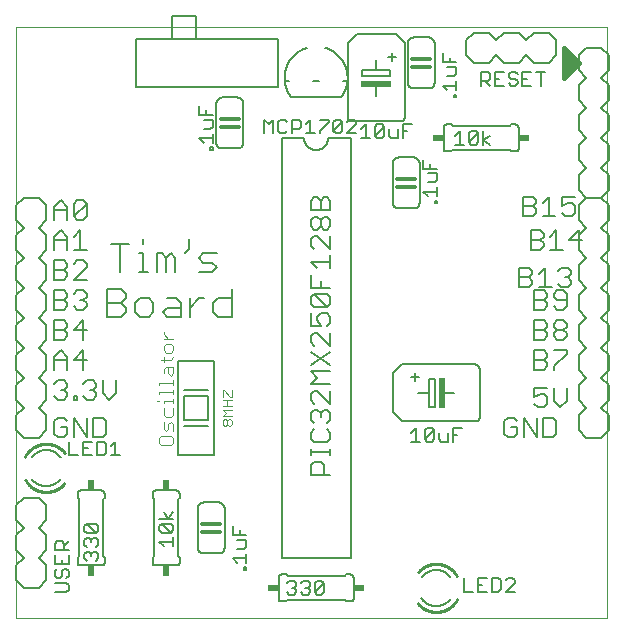
<source format=gto>
G75*
%MOIN*%
%OFA0B0*%
%FSLAX25Y25*%
%IPPOS*%
%LPD*%
%AMOC8*
5,1,8,0,0,1.08239X$1,22.5*
%
%ADD10C,0.00000*%
%ADD11C,0.00600*%
%ADD12C,0.00400*%
%ADD13C,0.01600*%
%ADD14C,0.00800*%
%ADD15C,0.01200*%
%ADD16C,0.00500*%
%ADD17R,0.03400X0.02400*%
%ADD18R,0.02400X0.03400*%
%ADD19R,0.10000X0.02000*%
%ADD20R,0.02000X0.10000*%
%ADD21C,0.01000*%
D10*
X0011800Y0006800D02*
X0011800Y0203650D01*
X0208650Y0203650D01*
X0208650Y0006800D01*
X0011800Y0006800D01*
D11*
X0032300Y0025300D02*
X0032300Y0026800D01*
X0032800Y0027300D01*
X0032800Y0046300D01*
X0032300Y0046800D01*
X0032300Y0048300D01*
X0032302Y0048360D01*
X0032307Y0048421D01*
X0032316Y0048480D01*
X0032329Y0048539D01*
X0032345Y0048598D01*
X0032365Y0048655D01*
X0032388Y0048710D01*
X0032415Y0048765D01*
X0032444Y0048817D01*
X0032477Y0048868D01*
X0032513Y0048917D01*
X0032551Y0048963D01*
X0032593Y0049007D01*
X0032637Y0049049D01*
X0032683Y0049087D01*
X0032732Y0049123D01*
X0032783Y0049156D01*
X0032835Y0049185D01*
X0032890Y0049212D01*
X0032945Y0049235D01*
X0033002Y0049255D01*
X0033061Y0049271D01*
X0033120Y0049284D01*
X0033179Y0049293D01*
X0033240Y0049298D01*
X0033300Y0049300D01*
X0040300Y0049300D01*
X0040360Y0049298D01*
X0040421Y0049293D01*
X0040480Y0049284D01*
X0040539Y0049271D01*
X0040598Y0049255D01*
X0040655Y0049235D01*
X0040710Y0049212D01*
X0040765Y0049185D01*
X0040817Y0049156D01*
X0040868Y0049123D01*
X0040917Y0049087D01*
X0040963Y0049049D01*
X0041007Y0049007D01*
X0041049Y0048963D01*
X0041087Y0048917D01*
X0041123Y0048868D01*
X0041156Y0048817D01*
X0041185Y0048765D01*
X0041212Y0048710D01*
X0041235Y0048655D01*
X0041255Y0048598D01*
X0041271Y0048539D01*
X0041284Y0048480D01*
X0041293Y0048421D01*
X0041298Y0048360D01*
X0041300Y0048300D01*
X0041300Y0046800D01*
X0040800Y0046300D01*
X0040800Y0027300D01*
X0041300Y0026800D01*
X0041300Y0025300D01*
X0041298Y0025240D01*
X0041293Y0025179D01*
X0041284Y0025120D01*
X0041271Y0025061D01*
X0041255Y0025002D01*
X0041235Y0024945D01*
X0041212Y0024890D01*
X0041185Y0024835D01*
X0041156Y0024783D01*
X0041123Y0024732D01*
X0041087Y0024683D01*
X0041049Y0024637D01*
X0041007Y0024593D01*
X0040963Y0024551D01*
X0040917Y0024513D01*
X0040868Y0024477D01*
X0040817Y0024444D01*
X0040765Y0024415D01*
X0040710Y0024388D01*
X0040655Y0024365D01*
X0040598Y0024345D01*
X0040539Y0024329D01*
X0040480Y0024316D01*
X0040421Y0024307D01*
X0040360Y0024302D01*
X0040300Y0024300D01*
X0033300Y0024300D01*
X0033240Y0024302D01*
X0033179Y0024307D01*
X0033120Y0024316D01*
X0033061Y0024329D01*
X0033002Y0024345D01*
X0032945Y0024365D01*
X0032890Y0024388D01*
X0032835Y0024415D01*
X0032783Y0024444D01*
X0032732Y0024477D01*
X0032683Y0024513D01*
X0032637Y0024551D01*
X0032593Y0024593D01*
X0032551Y0024637D01*
X0032513Y0024683D01*
X0032477Y0024732D01*
X0032444Y0024783D01*
X0032415Y0024835D01*
X0032388Y0024890D01*
X0032365Y0024945D01*
X0032345Y0025002D01*
X0032329Y0025061D01*
X0032316Y0025120D01*
X0032307Y0025179D01*
X0032302Y0025240D01*
X0032300Y0025300D01*
X0057300Y0025300D02*
X0057300Y0026800D01*
X0057800Y0027300D01*
X0057800Y0046300D01*
X0057300Y0046800D01*
X0057300Y0048300D01*
X0057302Y0048360D01*
X0057307Y0048421D01*
X0057316Y0048480D01*
X0057329Y0048539D01*
X0057345Y0048598D01*
X0057365Y0048655D01*
X0057388Y0048710D01*
X0057415Y0048765D01*
X0057444Y0048817D01*
X0057477Y0048868D01*
X0057513Y0048917D01*
X0057551Y0048963D01*
X0057593Y0049007D01*
X0057637Y0049049D01*
X0057683Y0049087D01*
X0057732Y0049123D01*
X0057783Y0049156D01*
X0057835Y0049185D01*
X0057890Y0049212D01*
X0057945Y0049235D01*
X0058002Y0049255D01*
X0058061Y0049271D01*
X0058120Y0049284D01*
X0058179Y0049293D01*
X0058240Y0049298D01*
X0058300Y0049300D01*
X0065300Y0049300D01*
X0065360Y0049298D01*
X0065421Y0049293D01*
X0065480Y0049284D01*
X0065539Y0049271D01*
X0065598Y0049255D01*
X0065655Y0049235D01*
X0065710Y0049212D01*
X0065765Y0049185D01*
X0065817Y0049156D01*
X0065868Y0049123D01*
X0065917Y0049087D01*
X0065963Y0049049D01*
X0066007Y0049007D01*
X0066049Y0048963D01*
X0066087Y0048917D01*
X0066123Y0048868D01*
X0066156Y0048817D01*
X0066185Y0048765D01*
X0066212Y0048710D01*
X0066235Y0048655D01*
X0066255Y0048598D01*
X0066271Y0048539D01*
X0066284Y0048480D01*
X0066293Y0048421D01*
X0066298Y0048360D01*
X0066300Y0048300D01*
X0066300Y0046800D01*
X0065800Y0046300D01*
X0065800Y0027300D01*
X0066300Y0026800D01*
X0066300Y0025300D01*
X0066298Y0025240D01*
X0066293Y0025179D01*
X0066284Y0025120D01*
X0066271Y0025061D01*
X0066255Y0025002D01*
X0066235Y0024945D01*
X0066212Y0024890D01*
X0066185Y0024835D01*
X0066156Y0024783D01*
X0066123Y0024732D01*
X0066087Y0024683D01*
X0066049Y0024637D01*
X0066007Y0024593D01*
X0065963Y0024551D01*
X0065917Y0024513D01*
X0065868Y0024477D01*
X0065817Y0024444D01*
X0065765Y0024415D01*
X0065710Y0024388D01*
X0065655Y0024365D01*
X0065598Y0024345D01*
X0065539Y0024329D01*
X0065480Y0024316D01*
X0065421Y0024307D01*
X0065360Y0024302D01*
X0065300Y0024300D01*
X0058300Y0024300D01*
X0058240Y0024302D01*
X0058179Y0024307D01*
X0058120Y0024316D01*
X0058061Y0024329D01*
X0058002Y0024345D01*
X0057945Y0024365D01*
X0057890Y0024388D01*
X0057835Y0024415D01*
X0057783Y0024444D01*
X0057732Y0024477D01*
X0057683Y0024513D01*
X0057637Y0024551D01*
X0057593Y0024593D01*
X0057551Y0024637D01*
X0057513Y0024683D01*
X0057477Y0024732D01*
X0057444Y0024783D01*
X0057415Y0024835D01*
X0057388Y0024890D01*
X0057365Y0024945D01*
X0057345Y0025002D01*
X0057329Y0025061D01*
X0057316Y0025120D01*
X0057307Y0025179D01*
X0057302Y0025240D01*
X0057300Y0025300D01*
X0072300Y0030300D02*
X0072300Y0043300D01*
X0072302Y0043387D01*
X0072308Y0043474D01*
X0072317Y0043561D01*
X0072330Y0043647D01*
X0072347Y0043733D01*
X0072368Y0043818D01*
X0072393Y0043901D01*
X0072421Y0043984D01*
X0072452Y0044065D01*
X0072487Y0044145D01*
X0072526Y0044223D01*
X0072568Y0044300D01*
X0072613Y0044375D01*
X0072662Y0044447D01*
X0072713Y0044518D01*
X0072768Y0044586D01*
X0072825Y0044651D01*
X0072886Y0044714D01*
X0072949Y0044775D01*
X0073014Y0044832D01*
X0073082Y0044887D01*
X0073153Y0044938D01*
X0073225Y0044987D01*
X0073300Y0045032D01*
X0073377Y0045074D01*
X0073455Y0045113D01*
X0073535Y0045148D01*
X0073616Y0045179D01*
X0073699Y0045207D01*
X0073782Y0045232D01*
X0073867Y0045253D01*
X0073953Y0045270D01*
X0074039Y0045283D01*
X0074126Y0045292D01*
X0074213Y0045298D01*
X0074300Y0045300D01*
X0079300Y0045300D01*
X0079387Y0045298D01*
X0079474Y0045292D01*
X0079561Y0045283D01*
X0079647Y0045270D01*
X0079733Y0045253D01*
X0079818Y0045232D01*
X0079901Y0045207D01*
X0079984Y0045179D01*
X0080065Y0045148D01*
X0080145Y0045113D01*
X0080223Y0045074D01*
X0080300Y0045032D01*
X0080375Y0044987D01*
X0080447Y0044938D01*
X0080518Y0044887D01*
X0080586Y0044832D01*
X0080651Y0044775D01*
X0080714Y0044714D01*
X0080775Y0044651D01*
X0080832Y0044586D01*
X0080887Y0044518D01*
X0080938Y0044447D01*
X0080987Y0044375D01*
X0081032Y0044300D01*
X0081074Y0044223D01*
X0081113Y0044145D01*
X0081148Y0044065D01*
X0081179Y0043984D01*
X0081207Y0043901D01*
X0081232Y0043818D01*
X0081253Y0043733D01*
X0081270Y0043647D01*
X0081283Y0043561D01*
X0081292Y0043474D01*
X0081298Y0043387D01*
X0081300Y0043300D01*
X0081300Y0030300D01*
X0081298Y0030213D01*
X0081292Y0030126D01*
X0081283Y0030039D01*
X0081270Y0029953D01*
X0081253Y0029867D01*
X0081232Y0029782D01*
X0081207Y0029699D01*
X0081179Y0029616D01*
X0081148Y0029535D01*
X0081113Y0029455D01*
X0081074Y0029377D01*
X0081032Y0029300D01*
X0080987Y0029225D01*
X0080938Y0029153D01*
X0080887Y0029082D01*
X0080832Y0029014D01*
X0080775Y0028949D01*
X0080714Y0028886D01*
X0080651Y0028825D01*
X0080586Y0028768D01*
X0080518Y0028713D01*
X0080447Y0028662D01*
X0080375Y0028613D01*
X0080300Y0028568D01*
X0080223Y0028526D01*
X0080145Y0028487D01*
X0080065Y0028452D01*
X0079984Y0028421D01*
X0079901Y0028393D01*
X0079818Y0028368D01*
X0079733Y0028347D01*
X0079647Y0028330D01*
X0079561Y0028317D01*
X0079474Y0028308D01*
X0079387Y0028302D01*
X0079300Y0028300D01*
X0074300Y0028300D01*
X0074213Y0028302D01*
X0074126Y0028308D01*
X0074039Y0028317D01*
X0073953Y0028330D01*
X0073867Y0028347D01*
X0073782Y0028368D01*
X0073699Y0028393D01*
X0073616Y0028421D01*
X0073535Y0028452D01*
X0073455Y0028487D01*
X0073377Y0028526D01*
X0073300Y0028568D01*
X0073225Y0028613D01*
X0073153Y0028662D01*
X0073082Y0028713D01*
X0073014Y0028768D01*
X0072949Y0028825D01*
X0072886Y0028886D01*
X0072825Y0028949D01*
X0072768Y0029014D01*
X0072713Y0029082D01*
X0072662Y0029153D01*
X0072613Y0029225D01*
X0072568Y0029300D01*
X0072526Y0029377D01*
X0072487Y0029455D01*
X0072452Y0029535D01*
X0072421Y0029616D01*
X0072393Y0029699D01*
X0072368Y0029782D01*
X0072347Y0029867D01*
X0072330Y0029953D01*
X0072317Y0030039D01*
X0072308Y0030126D01*
X0072302Y0030213D01*
X0072300Y0030300D01*
X0100300Y0026800D02*
X0123300Y0026800D01*
X0123300Y0166800D01*
X0115800Y0166800D01*
X0115798Y0166674D01*
X0115792Y0166549D01*
X0115782Y0166424D01*
X0115768Y0166299D01*
X0115751Y0166174D01*
X0115729Y0166050D01*
X0115704Y0165927D01*
X0115674Y0165805D01*
X0115641Y0165684D01*
X0115604Y0165564D01*
X0115564Y0165445D01*
X0115519Y0165328D01*
X0115471Y0165211D01*
X0115419Y0165097D01*
X0115364Y0164984D01*
X0115305Y0164873D01*
X0115243Y0164764D01*
X0115177Y0164657D01*
X0115108Y0164552D01*
X0115036Y0164449D01*
X0114961Y0164348D01*
X0114882Y0164250D01*
X0114800Y0164155D01*
X0114716Y0164062D01*
X0114628Y0163972D01*
X0114538Y0163884D01*
X0114445Y0163800D01*
X0114350Y0163718D01*
X0114252Y0163639D01*
X0114151Y0163564D01*
X0114048Y0163492D01*
X0113943Y0163423D01*
X0113836Y0163357D01*
X0113727Y0163295D01*
X0113616Y0163236D01*
X0113503Y0163181D01*
X0113389Y0163129D01*
X0113272Y0163081D01*
X0113155Y0163036D01*
X0113036Y0162996D01*
X0112916Y0162959D01*
X0112795Y0162926D01*
X0112673Y0162896D01*
X0112550Y0162871D01*
X0112426Y0162849D01*
X0112301Y0162832D01*
X0112176Y0162818D01*
X0112051Y0162808D01*
X0111926Y0162802D01*
X0111800Y0162800D01*
X0111674Y0162802D01*
X0111549Y0162808D01*
X0111424Y0162818D01*
X0111299Y0162832D01*
X0111174Y0162849D01*
X0111050Y0162871D01*
X0110927Y0162896D01*
X0110805Y0162926D01*
X0110684Y0162959D01*
X0110564Y0162996D01*
X0110445Y0163036D01*
X0110328Y0163081D01*
X0110211Y0163129D01*
X0110097Y0163181D01*
X0109984Y0163236D01*
X0109873Y0163295D01*
X0109764Y0163357D01*
X0109657Y0163423D01*
X0109552Y0163492D01*
X0109449Y0163564D01*
X0109348Y0163639D01*
X0109250Y0163718D01*
X0109155Y0163800D01*
X0109062Y0163884D01*
X0108972Y0163972D01*
X0108884Y0164062D01*
X0108800Y0164155D01*
X0108718Y0164250D01*
X0108639Y0164348D01*
X0108564Y0164449D01*
X0108492Y0164552D01*
X0108423Y0164657D01*
X0108357Y0164764D01*
X0108295Y0164873D01*
X0108236Y0164984D01*
X0108181Y0165097D01*
X0108129Y0165211D01*
X0108081Y0165328D01*
X0108036Y0165445D01*
X0107996Y0165564D01*
X0107959Y0165684D01*
X0107926Y0165805D01*
X0107896Y0165927D01*
X0107871Y0166050D01*
X0107849Y0166174D01*
X0107832Y0166299D01*
X0107818Y0166424D01*
X0107808Y0166549D01*
X0107802Y0166674D01*
X0107800Y0166800D01*
X0100300Y0166800D01*
X0100300Y0026800D01*
X0100300Y0021300D02*
X0101800Y0021300D01*
X0102300Y0020800D01*
X0121300Y0020800D01*
X0121800Y0021300D01*
X0123300Y0021300D01*
X0123360Y0021298D01*
X0123421Y0021293D01*
X0123480Y0021284D01*
X0123539Y0021271D01*
X0123598Y0021255D01*
X0123655Y0021235D01*
X0123710Y0021212D01*
X0123765Y0021185D01*
X0123817Y0021156D01*
X0123868Y0021123D01*
X0123917Y0021087D01*
X0123963Y0021049D01*
X0124007Y0021007D01*
X0124049Y0020963D01*
X0124087Y0020917D01*
X0124123Y0020868D01*
X0124156Y0020817D01*
X0124185Y0020765D01*
X0124212Y0020710D01*
X0124235Y0020655D01*
X0124255Y0020598D01*
X0124271Y0020539D01*
X0124284Y0020480D01*
X0124293Y0020421D01*
X0124298Y0020360D01*
X0124300Y0020300D01*
X0124300Y0013300D01*
X0124298Y0013240D01*
X0124293Y0013179D01*
X0124284Y0013120D01*
X0124271Y0013061D01*
X0124255Y0013002D01*
X0124235Y0012945D01*
X0124212Y0012890D01*
X0124185Y0012835D01*
X0124156Y0012783D01*
X0124123Y0012732D01*
X0124087Y0012683D01*
X0124049Y0012637D01*
X0124007Y0012593D01*
X0123963Y0012551D01*
X0123917Y0012513D01*
X0123868Y0012477D01*
X0123817Y0012444D01*
X0123765Y0012415D01*
X0123710Y0012388D01*
X0123655Y0012365D01*
X0123598Y0012345D01*
X0123539Y0012329D01*
X0123480Y0012316D01*
X0123421Y0012307D01*
X0123360Y0012302D01*
X0123300Y0012300D01*
X0121800Y0012300D01*
X0121300Y0012800D01*
X0102300Y0012800D01*
X0101800Y0012300D01*
X0100300Y0012300D01*
X0100240Y0012302D01*
X0100179Y0012307D01*
X0100120Y0012316D01*
X0100061Y0012329D01*
X0100002Y0012345D01*
X0099945Y0012365D01*
X0099890Y0012388D01*
X0099835Y0012415D01*
X0099783Y0012444D01*
X0099732Y0012477D01*
X0099683Y0012513D01*
X0099637Y0012551D01*
X0099593Y0012593D01*
X0099551Y0012637D01*
X0099513Y0012683D01*
X0099477Y0012732D01*
X0099444Y0012783D01*
X0099415Y0012835D01*
X0099388Y0012890D01*
X0099365Y0012945D01*
X0099345Y0013002D01*
X0099329Y0013061D01*
X0099316Y0013120D01*
X0099307Y0013179D01*
X0099302Y0013240D01*
X0099300Y0013300D01*
X0099300Y0020300D01*
X0099302Y0020360D01*
X0099307Y0020421D01*
X0099316Y0020480D01*
X0099329Y0020539D01*
X0099345Y0020598D01*
X0099365Y0020655D01*
X0099388Y0020710D01*
X0099415Y0020765D01*
X0099444Y0020817D01*
X0099477Y0020868D01*
X0099513Y0020917D01*
X0099551Y0020963D01*
X0099593Y0021007D01*
X0099637Y0021049D01*
X0099683Y0021087D01*
X0099732Y0021123D01*
X0099783Y0021156D01*
X0099835Y0021185D01*
X0099890Y0021212D01*
X0099945Y0021235D01*
X0100002Y0021255D01*
X0100061Y0021271D01*
X0100120Y0021284D01*
X0100179Y0021293D01*
X0100240Y0021298D01*
X0100300Y0021300D01*
X0110095Y0054600D02*
X0110095Y0057803D01*
X0111162Y0058870D01*
X0113297Y0058870D01*
X0114365Y0057803D01*
X0114365Y0054600D01*
X0116500Y0054600D02*
X0110095Y0054600D01*
X0110095Y0061045D02*
X0110095Y0063181D01*
X0110095Y0062113D02*
X0116500Y0062113D01*
X0116500Y0061045D02*
X0116500Y0063181D01*
X0115432Y0065342D02*
X0116500Y0066410D01*
X0116500Y0068545D01*
X0115432Y0069613D01*
X0115432Y0071788D02*
X0116500Y0072856D01*
X0116500Y0074991D01*
X0115432Y0076058D01*
X0114365Y0076058D01*
X0113297Y0074991D01*
X0113297Y0073923D01*
X0113297Y0074991D02*
X0112230Y0076058D01*
X0111162Y0076058D01*
X0110095Y0074991D01*
X0110095Y0072856D01*
X0111162Y0071788D01*
X0111162Y0069613D02*
X0110095Y0068545D01*
X0110095Y0066410D01*
X0111162Y0065342D01*
X0115432Y0065342D01*
X0116500Y0078233D02*
X0112230Y0082504D01*
X0111162Y0082504D01*
X0110095Y0081436D01*
X0110095Y0079301D01*
X0111162Y0078233D01*
X0116500Y0078233D02*
X0116500Y0082504D01*
X0116500Y0084679D02*
X0110095Y0084679D01*
X0112230Y0086814D01*
X0110095Y0088949D01*
X0116500Y0088949D01*
X0116500Y0091124D02*
X0110095Y0095395D01*
X0111162Y0097570D02*
X0110095Y0098638D01*
X0110095Y0100773D01*
X0111162Y0101840D01*
X0112230Y0101840D01*
X0116500Y0097570D01*
X0116500Y0101840D01*
X0115432Y0104015D02*
X0116500Y0105083D01*
X0116500Y0107218D01*
X0115432Y0108286D01*
X0113297Y0108286D01*
X0112230Y0107218D01*
X0112230Y0106151D01*
X0113297Y0104015D01*
X0110095Y0104015D01*
X0110095Y0108286D01*
X0111162Y0110461D02*
X0110095Y0111529D01*
X0110095Y0113664D01*
X0111162Y0114731D01*
X0115432Y0110461D01*
X0116500Y0111529D01*
X0116500Y0113664D01*
X0115432Y0114731D01*
X0111162Y0114731D01*
X0110095Y0116906D02*
X0110095Y0121177D01*
X0112230Y0123352D02*
X0110095Y0125487D01*
X0116500Y0125487D01*
X0116500Y0123352D02*
X0116500Y0127622D01*
X0116500Y0129797D02*
X0112230Y0134068D01*
X0111162Y0134068D01*
X0110095Y0133000D01*
X0110095Y0130865D01*
X0111162Y0129797D01*
X0116500Y0129797D02*
X0116500Y0134068D01*
X0115432Y0136243D02*
X0114365Y0136243D01*
X0113297Y0137311D01*
X0113297Y0139446D01*
X0114365Y0140513D01*
X0115432Y0140513D01*
X0116500Y0139446D01*
X0116500Y0137311D01*
X0115432Y0136243D01*
X0113297Y0137311D02*
X0112230Y0136243D01*
X0111162Y0136243D01*
X0110095Y0137311D01*
X0110095Y0139446D01*
X0111162Y0140513D01*
X0112230Y0140513D01*
X0113297Y0139446D01*
X0113297Y0142688D02*
X0113297Y0145891D01*
X0114365Y0146959D01*
X0115432Y0146959D01*
X0116500Y0145891D01*
X0116500Y0142688D01*
X0110095Y0142688D01*
X0110095Y0145891D01*
X0111162Y0146959D01*
X0112230Y0146959D01*
X0113297Y0145891D01*
X0137300Y0145300D02*
X0137300Y0158300D01*
X0137302Y0158387D01*
X0137308Y0158474D01*
X0137317Y0158561D01*
X0137330Y0158647D01*
X0137347Y0158733D01*
X0137368Y0158818D01*
X0137393Y0158901D01*
X0137421Y0158984D01*
X0137452Y0159065D01*
X0137487Y0159145D01*
X0137526Y0159223D01*
X0137568Y0159300D01*
X0137613Y0159375D01*
X0137662Y0159447D01*
X0137713Y0159518D01*
X0137768Y0159586D01*
X0137825Y0159651D01*
X0137886Y0159714D01*
X0137949Y0159775D01*
X0138014Y0159832D01*
X0138082Y0159887D01*
X0138153Y0159938D01*
X0138225Y0159987D01*
X0138300Y0160032D01*
X0138377Y0160074D01*
X0138455Y0160113D01*
X0138535Y0160148D01*
X0138616Y0160179D01*
X0138699Y0160207D01*
X0138782Y0160232D01*
X0138867Y0160253D01*
X0138953Y0160270D01*
X0139039Y0160283D01*
X0139126Y0160292D01*
X0139213Y0160298D01*
X0139300Y0160300D01*
X0144300Y0160300D01*
X0144387Y0160298D01*
X0144474Y0160292D01*
X0144561Y0160283D01*
X0144647Y0160270D01*
X0144733Y0160253D01*
X0144818Y0160232D01*
X0144901Y0160207D01*
X0144984Y0160179D01*
X0145065Y0160148D01*
X0145145Y0160113D01*
X0145223Y0160074D01*
X0145300Y0160032D01*
X0145375Y0159987D01*
X0145447Y0159938D01*
X0145518Y0159887D01*
X0145586Y0159832D01*
X0145651Y0159775D01*
X0145714Y0159714D01*
X0145775Y0159651D01*
X0145832Y0159586D01*
X0145887Y0159518D01*
X0145938Y0159447D01*
X0145987Y0159375D01*
X0146032Y0159300D01*
X0146074Y0159223D01*
X0146113Y0159145D01*
X0146148Y0159065D01*
X0146179Y0158984D01*
X0146207Y0158901D01*
X0146232Y0158818D01*
X0146253Y0158733D01*
X0146270Y0158647D01*
X0146283Y0158561D01*
X0146292Y0158474D01*
X0146298Y0158387D01*
X0146300Y0158300D01*
X0146300Y0145300D01*
X0146298Y0145213D01*
X0146292Y0145126D01*
X0146283Y0145039D01*
X0146270Y0144953D01*
X0146253Y0144867D01*
X0146232Y0144782D01*
X0146207Y0144699D01*
X0146179Y0144616D01*
X0146148Y0144535D01*
X0146113Y0144455D01*
X0146074Y0144377D01*
X0146032Y0144300D01*
X0145987Y0144225D01*
X0145938Y0144153D01*
X0145887Y0144082D01*
X0145832Y0144014D01*
X0145775Y0143949D01*
X0145714Y0143886D01*
X0145651Y0143825D01*
X0145586Y0143768D01*
X0145518Y0143713D01*
X0145447Y0143662D01*
X0145375Y0143613D01*
X0145300Y0143568D01*
X0145223Y0143526D01*
X0145145Y0143487D01*
X0145065Y0143452D01*
X0144984Y0143421D01*
X0144901Y0143393D01*
X0144818Y0143368D01*
X0144733Y0143347D01*
X0144647Y0143330D01*
X0144561Y0143317D01*
X0144474Y0143308D01*
X0144387Y0143302D01*
X0144300Y0143300D01*
X0139300Y0143300D01*
X0139213Y0143302D01*
X0139126Y0143308D01*
X0139039Y0143317D01*
X0138953Y0143330D01*
X0138867Y0143347D01*
X0138782Y0143368D01*
X0138699Y0143393D01*
X0138616Y0143421D01*
X0138535Y0143452D01*
X0138455Y0143487D01*
X0138377Y0143526D01*
X0138300Y0143568D01*
X0138225Y0143613D01*
X0138153Y0143662D01*
X0138082Y0143713D01*
X0138014Y0143768D01*
X0137949Y0143825D01*
X0137886Y0143886D01*
X0137825Y0143949D01*
X0137768Y0144014D01*
X0137713Y0144082D01*
X0137662Y0144153D01*
X0137613Y0144225D01*
X0137568Y0144300D01*
X0137526Y0144377D01*
X0137487Y0144455D01*
X0137452Y0144535D01*
X0137421Y0144616D01*
X0137393Y0144699D01*
X0137368Y0144782D01*
X0137347Y0144867D01*
X0137330Y0144953D01*
X0137317Y0145039D01*
X0137308Y0145126D01*
X0137302Y0145213D01*
X0137300Y0145300D01*
X0154300Y0163300D02*
X0154300Y0170300D01*
X0154302Y0170360D01*
X0154307Y0170421D01*
X0154316Y0170480D01*
X0154329Y0170539D01*
X0154345Y0170598D01*
X0154365Y0170655D01*
X0154388Y0170710D01*
X0154415Y0170765D01*
X0154444Y0170817D01*
X0154477Y0170868D01*
X0154513Y0170917D01*
X0154551Y0170963D01*
X0154593Y0171007D01*
X0154637Y0171049D01*
X0154683Y0171087D01*
X0154732Y0171123D01*
X0154783Y0171156D01*
X0154835Y0171185D01*
X0154890Y0171212D01*
X0154945Y0171235D01*
X0155002Y0171255D01*
X0155061Y0171271D01*
X0155120Y0171284D01*
X0155179Y0171293D01*
X0155240Y0171298D01*
X0155300Y0171300D01*
X0156800Y0171300D01*
X0157300Y0170800D01*
X0176300Y0170800D01*
X0176800Y0171300D01*
X0178300Y0171300D01*
X0178360Y0171298D01*
X0178421Y0171293D01*
X0178480Y0171284D01*
X0178539Y0171271D01*
X0178598Y0171255D01*
X0178655Y0171235D01*
X0178710Y0171212D01*
X0178765Y0171185D01*
X0178817Y0171156D01*
X0178868Y0171123D01*
X0178917Y0171087D01*
X0178963Y0171049D01*
X0179007Y0171007D01*
X0179049Y0170963D01*
X0179087Y0170917D01*
X0179123Y0170868D01*
X0179156Y0170817D01*
X0179185Y0170765D01*
X0179212Y0170710D01*
X0179235Y0170655D01*
X0179255Y0170598D01*
X0179271Y0170539D01*
X0179284Y0170480D01*
X0179293Y0170421D01*
X0179298Y0170360D01*
X0179300Y0170300D01*
X0179300Y0163300D01*
X0179298Y0163240D01*
X0179293Y0163179D01*
X0179284Y0163120D01*
X0179271Y0163061D01*
X0179255Y0163002D01*
X0179235Y0162945D01*
X0179212Y0162890D01*
X0179185Y0162835D01*
X0179156Y0162783D01*
X0179123Y0162732D01*
X0179087Y0162683D01*
X0179049Y0162637D01*
X0179007Y0162593D01*
X0178963Y0162551D01*
X0178917Y0162513D01*
X0178868Y0162477D01*
X0178817Y0162444D01*
X0178765Y0162415D01*
X0178710Y0162388D01*
X0178655Y0162365D01*
X0178598Y0162345D01*
X0178539Y0162329D01*
X0178480Y0162316D01*
X0178421Y0162307D01*
X0178360Y0162302D01*
X0178300Y0162300D01*
X0176800Y0162300D01*
X0176300Y0162800D01*
X0157300Y0162800D01*
X0156800Y0162300D01*
X0155300Y0162300D01*
X0155240Y0162302D01*
X0155179Y0162307D01*
X0155120Y0162316D01*
X0155061Y0162329D01*
X0155002Y0162345D01*
X0154945Y0162365D01*
X0154890Y0162388D01*
X0154835Y0162415D01*
X0154783Y0162444D01*
X0154732Y0162477D01*
X0154683Y0162513D01*
X0154637Y0162551D01*
X0154593Y0162593D01*
X0154551Y0162637D01*
X0154513Y0162683D01*
X0154477Y0162732D01*
X0154444Y0162783D01*
X0154415Y0162835D01*
X0154388Y0162890D01*
X0154365Y0162945D01*
X0154345Y0163002D01*
X0154329Y0163061D01*
X0154316Y0163120D01*
X0154307Y0163179D01*
X0154302Y0163240D01*
X0154300Y0163300D01*
X0141300Y0173800D02*
X0141300Y0198300D01*
X0138300Y0201300D01*
X0125300Y0201300D01*
X0122300Y0198300D01*
X0122300Y0173800D01*
X0122302Y0173724D01*
X0122308Y0173648D01*
X0122317Y0173573D01*
X0122331Y0173498D01*
X0122348Y0173424D01*
X0122369Y0173351D01*
X0122393Y0173279D01*
X0122422Y0173208D01*
X0122453Y0173139D01*
X0122488Y0173072D01*
X0122527Y0173007D01*
X0122569Y0172943D01*
X0122614Y0172882D01*
X0122662Y0172823D01*
X0122713Y0172767D01*
X0122767Y0172713D01*
X0122823Y0172662D01*
X0122882Y0172614D01*
X0122943Y0172569D01*
X0123007Y0172527D01*
X0123072Y0172488D01*
X0123139Y0172453D01*
X0123208Y0172422D01*
X0123279Y0172393D01*
X0123351Y0172369D01*
X0123424Y0172348D01*
X0123498Y0172331D01*
X0123573Y0172317D01*
X0123648Y0172308D01*
X0123724Y0172302D01*
X0123800Y0172300D01*
X0139800Y0172300D01*
X0139876Y0172302D01*
X0139952Y0172308D01*
X0140027Y0172317D01*
X0140102Y0172331D01*
X0140176Y0172348D01*
X0140249Y0172369D01*
X0140321Y0172393D01*
X0140392Y0172422D01*
X0140461Y0172453D01*
X0140528Y0172488D01*
X0140593Y0172527D01*
X0140657Y0172569D01*
X0140718Y0172614D01*
X0140777Y0172662D01*
X0140833Y0172713D01*
X0140887Y0172767D01*
X0140938Y0172823D01*
X0140986Y0172882D01*
X0141031Y0172943D01*
X0141073Y0173007D01*
X0141112Y0173072D01*
X0141147Y0173139D01*
X0141178Y0173208D01*
X0141207Y0173279D01*
X0141231Y0173351D01*
X0141252Y0173424D01*
X0141269Y0173498D01*
X0141283Y0173573D01*
X0141292Y0173648D01*
X0141298Y0173724D01*
X0141300Y0173800D01*
X0144300Y0183300D02*
X0149300Y0183300D01*
X0149387Y0183302D01*
X0149474Y0183308D01*
X0149561Y0183317D01*
X0149647Y0183330D01*
X0149733Y0183347D01*
X0149818Y0183368D01*
X0149901Y0183393D01*
X0149984Y0183421D01*
X0150065Y0183452D01*
X0150145Y0183487D01*
X0150223Y0183526D01*
X0150300Y0183568D01*
X0150375Y0183613D01*
X0150447Y0183662D01*
X0150518Y0183713D01*
X0150586Y0183768D01*
X0150651Y0183825D01*
X0150714Y0183886D01*
X0150775Y0183949D01*
X0150832Y0184014D01*
X0150887Y0184082D01*
X0150938Y0184153D01*
X0150987Y0184225D01*
X0151032Y0184300D01*
X0151074Y0184377D01*
X0151113Y0184455D01*
X0151148Y0184535D01*
X0151179Y0184616D01*
X0151207Y0184699D01*
X0151232Y0184782D01*
X0151253Y0184867D01*
X0151270Y0184953D01*
X0151283Y0185039D01*
X0151292Y0185126D01*
X0151298Y0185213D01*
X0151300Y0185300D01*
X0151300Y0198300D01*
X0151298Y0198387D01*
X0151292Y0198474D01*
X0151283Y0198561D01*
X0151270Y0198647D01*
X0151253Y0198733D01*
X0151232Y0198818D01*
X0151207Y0198901D01*
X0151179Y0198984D01*
X0151148Y0199065D01*
X0151113Y0199145D01*
X0151074Y0199223D01*
X0151032Y0199300D01*
X0150987Y0199375D01*
X0150938Y0199447D01*
X0150887Y0199518D01*
X0150832Y0199586D01*
X0150775Y0199651D01*
X0150714Y0199714D01*
X0150651Y0199775D01*
X0150586Y0199832D01*
X0150518Y0199887D01*
X0150447Y0199938D01*
X0150375Y0199987D01*
X0150300Y0200032D01*
X0150223Y0200074D01*
X0150145Y0200113D01*
X0150065Y0200148D01*
X0149984Y0200179D01*
X0149901Y0200207D01*
X0149818Y0200232D01*
X0149733Y0200253D01*
X0149647Y0200270D01*
X0149561Y0200283D01*
X0149474Y0200292D01*
X0149387Y0200298D01*
X0149300Y0200300D01*
X0144300Y0200300D01*
X0144213Y0200298D01*
X0144126Y0200292D01*
X0144039Y0200283D01*
X0143953Y0200270D01*
X0143867Y0200253D01*
X0143782Y0200232D01*
X0143699Y0200207D01*
X0143616Y0200179D01*
X0143535Y0200148D01*
X0143455Y0200113D01*
X0143377Y0200074D01*
X0143300Y0200032D01*
X0143225Y0199987D01*
X0143153Y0199938D01*
X0143082Y0199887D01*
X0143014Y0199832D01*
X0142949Y0199775D01*
X0142886Y0199714D01*
X0142825Y0199651D01*
X0142768Y0199586D01*
X0142713Y0199518D01*
X0142662Y0199447D01*
X0142613Y0199375D01*
X0142568Y0199300D01*
X0142526Y0199223D01*
X0142487Y0199145D01*
X0142452Y0199065D01*
X0142421Y0198984D01*
X0142393Y0198901D01*
X0142368Y0198818D01*
X0142347Y0198733D01*
X0142330Y0198647D01*
X0142317Y0198561D01*
X0142308Y0198474D01*
X0142302Y0198387D01*
X0142300Y0198300D01*
X0142300Y0185300D01*
X0142302Y0185213D01*
X0142308Y0185126D01*
X0142317Y0185039D01*
X0142330Y0184953D01*
X0142347Y0184867D01*
X0142368Y0184782D01*
X0142393Y0184699D01*
X0142421Y0184616D01*
X0142452Y0184535D01*
X0142487Y0184455D01*
X0142526Y0184377D01*
X0142568Y0184300D01*
X0142613Y0184225D01*
X0142662Y0184153D01*
X0142713Y0184082D01*
X0142768Y0184014D01*
X0142825Y0183949D01*
X0142886Y0183886D01*
X0142949Y0183825D01*
X0143014Y0183768D01*
X0143082Y0183713D01*
X0143153Y0183662D01*
X0143225Y0183613D01*
X0143300Y0183568D01*
X0143377Y0183526D01*
X0143455Y0183487D01*
X0143535Y0183452D01*
X0143616Y0183421D01*
X0143699Y0183393D01*
X0143782Y0183368D01*
X0143867Y0183347D01*
X0143953Y0183330D01*
X0144039Y0183317D01*
X0144126Y0183308D01*
X0144213Y0183302D01*
X0144300Y0183300D01*
X0136600Y0187300D02*
X0136600Y0189300D01*
X0131800Y0189300D01*
X0127000Y0189300D01*
X0127000Y0187300D01*
X0136600Y0187300D01*
X0131800Y0189300D02*
X0131800Y0192800D01*
X0135900Y0193800D02*
X0138400Y0193800D01*
X0137200Y0192500D02*
X0137200Y0195100D01*
X0131800Y0184300D02*
X0131800Y0180800D01*
X0087550Y0178300D02*
X0087550Y0165300D01*
X0087548Y0165213D01*
X0087542Y0165126D01*
X0087533Y0165039D01*
X0087520Y0164953D01*
X0087503Y0164867D01*
X0087482Y0164782D01*
X0087457Y0164699D01*
X0087429Y0164616D01*
X0087398Y0164535D01*
X0087363Y0164455D01*
X0087324Y0164377D01*
X0087282Y0164300D01*
X0087237Y0164225D01*
X0087188Y0164153D01*
X0087137Y0164082D01*
X0087082Y0164014D01*
X0087025Y0163949D01*
X0086964Y0163886D01*
X0086901Y0163825D01*
X0086836Y0163768D01*
X0086768Y0163713D01*
X0086697Y0163662D01*
X0086625Y0163613D01*
X0086550Y0163568D01*
X0086473Y0163526D01*
X0086395Y0163487D01*
X0086315Y0163452D01*
X0086234Y0163421D01*
X0086151Y0163393D01*
X0086068Y0163368D01*
X0085983Y0163347D01*
X0085897Y0163330D01*
X0085811Y0163317D01*
X0085724Y0163308D01*
X0085637Y0163302D01*
X0085550Y0163300D01*
X0080550Y0163300D01*
X0080463Y0163302D01*
X0080376Y0163308D01*
X0080289Y0163317D01*
X0080203Y0163330D01*
X0080117Y0163347D01*
X0080032Y0163368D01*
X0079949Y0163393D01*
X0079866Y0163421D01*
X0079785Y0163452D01*
X0079705Y0163487D01*
X0079627Y0163526D01*
X0079550Y0163568D01*
X0079475Y0163613D01*
X0079403Y0163662D01*
X0079332Y0163713D01*
X0079264Y0163768D01*
X0079199Y0163825D01*
X0079136Y0163886D01*
X0079075Y0163949D01*
X0079018Y0164014D01*
X0078963Y0164082D01*
X0078912Y0164153D01*
X0078863Y0164225D01*
X0078818Y0164300D01*
X0078776Y0164377D01*
X0078737Y0164455D01*
X0078702Y0164535D01*
X0078671Y0164616D01*
X0078643Y0164699D01*
X0078618Y0164782D01*
X0078597Y0164867D01*
X0078580Y0164953D01*
X0078567Y0165039D01*
X0078558Y0165126D01*
X0078552Y0165213D01*
X0078550Y0165300D01*
X0078550Y0178300D01*
X0078552Y0178387D01*
X0078558Y0178474D01*
X0078567Y0178561D01*
X0078580Y0178647D01*
X0078597Y0178733D01*
X0078618Y0178818D01*
X0078643Y0178901D01*
X0078671Y0178984D01*
X0078702Y0179065D01*
X0078737Y0179145D01*
X0078776Y0179223D01*
X0078818Y0179300D01*
X0078863Y0179375D01*
X0078912Y0179447D01*
X0078963Y0179518D01*
X0079018Y0179586D01*
X0079075Y0179651D01*
X0079136Y0179714D01*
X0079199Y0179775D01*
X0079264Y0179832D01*
X0079332Y0179887D01*
X0079403Y0179938D01*
X0079475Y0179987D01*
X0079550Y0180032D01*
X0079627Y0180074D01*
X0079705Y0180113D01*
X0079785Y0180148D01*
X0079866Y0180179D01*
X0079949Y0180207D01*
X0080032Y0180232D01*
X0080117Y0180253D01*
X0080203Y0180270D01*
X0080289Y0180283D01*
X0080376Y0180292D01*
X0080463Y0180298D01*
X0080550Y0180300D01*
X0085550Y0180300D01*
X0085637Y0180298D01*
X0085724Y0180292D01*
X0085811Y0180283D01*
X0085897Y0180270D01*
X0085983Y0180253D01*
X0086068Y0180232D01*
X0086151Y0180207D01*
X0086234Y0180179D01*
X0086315Y0180148D01*
X0086395Y0180113D01*
X0086473Y0180074D01*
X0086550Y0180032D01*
X0086625Y0179987D01*
X0086697Y0179938D01*
X0086768Y0179887D01*
X0086836Y0179832D01*
X0086901Y0179775D01*
X0086964Y0179714D01*
X0087025Y0179651D01*
X0087082Y0179586D01*
X0087137Y0179518D01*
X0087188Y0179447D01*
X0087237Y0179375D01*
X0087282Y0179300D01*
X0087324Y0179223D01*
X0087363Y0179145D01*
X0087398Y0179065D01*
X0087429Y0178984D01*
X0087457Y0178901D01*
X0087482Y0178818D01*
X0087503Y0178733D01*
X0087520Y0178647D01*
X0087533Y0178561D01*
X0087542Y0178474D01*
X0087548Y0178387D01*
X0087550Y0178300D01*
X0035316Y0144938D02*
X0035316Y0140668D01*
X0034248Y0139600D01*
X0032113Y0139600D01*
X0031045Y0140668D01*
X0035316Y0144938D01*
X0034248Y0146005D01*
X0032113Y0146005D01*
X0031045Y0144938D01*
X0031045Y0140668D01*
X0028870Y0139600D02*
X0028870Y0143870D01*
X0026735Y0146005D01*
X0024600Y0143870D01*
X0024600Y0139600D01*
X0026735Y0136005D02*
X0028870Y0133870D01*
X0028870Y0129600D01*
X0031045Y0129600D02*
X0035316Y0129600D01*
X0033181Y0129600D02*
X0033181Y0136005D01*
X0031045Y0133870D01*
X0028870Y0132803D02*
X0024600Y0132803D01*
X0024600Y0133870D02*
X0024600Y0129600D01*
X0024600Y0126005D02*
X0027803Y0126005D01*
X0028870Y0124938D01*
X0028870Y0123870D01*
X0027803Y0122803D01*
X0024600Y0122803D01*
X0024600Y0126005D02*
X0024600Y0119600D01*
X0027803Y0119600D01*
X0028870Y0120668D01*
X0028870Y0121735D01*
X0027803Y0122803D01*
X0031045Y0124938D02*
X0032113Y0126005D01*
X0034248Y0126005D01*
X0035316Y0124938D01*
X0035316Y0123870D01*
X0031045Y0119600D01*
X0035316Y0119600D01*
X0034248Y0116005D02*
X0032113Y0116005D01*
X0031045Y0114938D01*
X0028870Y0114938D02*
X0028870Y0113870D01*
X0027803Y0112803D01*
X0024600Y0112803D01*
X0024600Y0116005D02*
X0027803Y0116005D01*
X0028870Y0114938D01*
X0027803Y0112803D02*
X0028870Y0111735D01*
X0028870Y0110668D01*
X0027803Y0109600D01*
X0024600Y0109600D01*
X0024600Y0116005D01*
X0031045Y0110668D02*
X0032113Y0109600D01*
X0034248Y0109600D01*
X0035316Y0110668D01*
X0035316Y0111735D01*
X0034248Y0112803D01*
X0033181Y0112803D01*
X0034248Y0112803D02*
X0035316Y0113870D01*
X0035316Y0114938D01*
X0034248Y0116005D01*
X0034248Y0106005D02*
X0031045Y0102803D01*
X0035316Y0102803D01*
X0034248Y0106005D02*
X0034248Y0099600D01*
X0034248Y0096005D02*
X0031045Y0092803D01*
X0035316Y0092803D01*
X0034248Y0096005D02*
X0034248Y0089600D01*
X0035336Y0086005D02*
X0037471Y0086005D01*
X0038539Y0084938D01*
X0038539Y0083870D01*
X0037471Y0082803D01*
X0038539Y0081735D01*
X0038539Y0080668D01*
X0037471Y0079600D01*
X0035336Y0079600D01*
X0034268Y0080668D01*
X0032113Y0080668D02*
X0032113Y0079600D01*
X0031045Y0079600D01*
X0031045Y0080668D01*
X0032113Y0080668D01*
X0028870Y0080668D02*
X0028870Y0081735D01*
X0027803Y0082803D01*
X0026735Y0082803D01*
X0027803Y0082803D02*
X0028870Y0083870D01*
X0028870Y0084938D01*
X0027803Y0086005D01*
X0025668Y0086005D01*
X0024600Y0084938D01*
X0024600Y0080668D02*
X0025668Y0079600D01*
X0027803Y0079600D01*
X0028870Y0080668D01*
X0034268Y0084938D02*
X0035336Y0086005D01*
X0036403Y0082803D02*
X0037471Y0082803D01*
X0040714Y0081735D02*
X0042849Y0079600D01*
X0044984Y0081735D01*
X0044984Y0086005D01*
X0040714Y0086005D02*
X0040714Y0081735D01*
X0040694Y0073505D02*
X0037491Y0073505D01*
X0037491Y0067100D01*
X0040694Y0067100D01*
X0041761Y0068168D01*
X0041761Y0072438D01*
X0040694Y0073505D01*
X0035316Y0073505D02*
X0035316Y0067100D01*
X0031045Y0073505D01*
X0031045Y0067100D01*
X0028870Y0068168D02*
X0028870Y0070303D01*
X0026735Y0070303D01*
X0024600Y0072438D02*
X0024600Y0068168D01*
X0025668Y0067100D01*
X0027803Y0067100D01*
X0028870Y0068168D01*
X0028870Y0072438D02*
X0027803Y0073505D01*
X0025668Y0073505D01*
X0024600Y0072438D01*
X0017064Y0053117D02*
X0017158Y0052998D01*
X0017256Y0052882D01*
X0017356Y0052768D01*
X0017460Y0052657D01*
X0017566Y0052549D01*
X0017674Y0052443D01*
X0017786Y0052341D01*
X0017900Y0052241D01*
X0018016Y0052143D01*
X0018135Y0052049D01*
X0018256Y0051958D01*
X0018380Y0051870D01*
X0018506Y0051785D01*
X0018633Y0051704D01*
X0018763Y0051625D01*
X0018895Y0051550D01*
X0019028Y0051479D01*
X0019164Y0051410D01*
X0019301Y0051345D01*
X0019439Y0051284D01*
X0019580Y0051226D01*
X0019721Y0051172D01*
X0019864Y0051121D01*
X0020008Y0051074D01*
X0020153Y0051030D01*
X0020300Y0050991D01*
X0020447Y0050955D01*
X0020595Y0050922D01*
X0020744Y0050894D01*
X0020894Y0050869D01*
X0021044Y0050848D01*
X0021194Y0050831D01*
X0021346Y0050817D01*
X0021497Y0050808D01*
X0021648Y0050802D01*
X0021800Y0050800D01*
X0017000Y0060400D02*
X0017092Y0060519D01*
X0017186Y0060636D01*
X0017284Y0060750D01*
X0017384Y0060862D01*
X0017488Y0060972D01*
X0017593Y0061078D01*
X0017702Y0061183D01*
X0017813Y0061284D01*
X0017927Y0061382D01*
X0018043Y0061478D01*
X0018161Y0061571D01*
X0018282Y0061660D01*
X0018405Y0061747D01*
X0018530Y0061830D01*
X0018657Y0061911D01*
X0018786Y0061988D01*
X0018917Y0062062D01*
X0019050Y0062133D01*
X0019184Y0062200D01*
X0019320Y0062264D01*
X0019458Y0062324D01*
X0019597Y0062381D01*
X0019738Y0062434D01*
X0019880Y0062484D01*
X0020023Y0062531D01*
X0020167Y0062573D01*
X0020312Y0062613D01*
X0020458Y0062648D01*
X0020605Y0062680D01*
X0020753Y0062708D01*
X0020901Y0062732D01*
X0021050Y0062753D01*
X0021200Y0062770D01*
X0021349Y0062783D01*
X0021499Y0062792D01*
X0021650Y0062798D01*
X0021800Y0062800D01*
X0026536Y0053117D02*
X0026442Y0052998D01*
X0026344Y0052882D01*
X0026244Y0052768D01*
X0026140Y0052657D01*
X0026034Y0052549D01*
X0025926Y0052443D01*
X0025814Y0052341D01*
X0025700Y0052241D01*
X0025584Y0052143D01*
X0025465Y0052049D01*
X0025344Y0051958D01*
X0025220Y0051870D01*
X0025094Y0051785D01*
X0024967Y0051704D01*
X0024837Y0051625D01*
X0024705Y0051550D01*
X0024572Y0051479D01*
X0024436Y0051410D01*
X0024299Y0051345D01*
X0024161Y0051284D01*
X0024020Y0051226D01*
X0023879Y0051172D01*
X0023736Y0051121D01*
X0023592Y0051074D01*
X0023447Y0051030D01*
X0023300Y0050991D01*
X0023153Y0050955D01*
X0023005Y0050922D01*
X0022856Y0050894D01*
X0022706Y0050869D01*
X0022556Y0050848D01*
X0022406Y0050831D01*
X0022254Y0050817D01*
X0022103Y0050808D01*
X0021952Y0050802D01*
X0021800Y0050800D01*
X0026682Y0060287D02*
X0026591Y0060412D01*
X0026497Y0060534D01*
X0026399Y0060653D01*
X0026299Y0060770D01*
X0026195Y0060884D01*
X0026089Y0060996D01*
X0025980Y0061104D01*
X0025868Y0061210D01*
X0025753Y0061313D01*
X0025636Y0061413D01*
X0025516Y0061511D01*
X0025394Y0061604D01*
X0025270Y0061695D01*
X0025143Y0061783D01*
X0025014Y0061867D01*
X0024882Y0061948D01*
X0024749Y0062025D01*
X0024614Y0062099D01*
X0024477Y0062170D01*
X0024338Y0062237D01*
X0024198Y0062300D01*
X0024055Y0062360D01*
X0023912Y0062416D01*
X0023767Y0062468D01*
X0023621Y0062517D01*
X0023473Y0062562D01*
X0023325Y0062603D01*
X0023175Y0062640D01*
X0023025Y0062674D01*
X0022873Y0062703D01*
X0022721Y0062729D01*
X0022569Y0062751D01*
X0022416Y0062768D01*
X0022262Y0062782D01*
X0022108Y0062792D01*
X0021954Y0062798D01*
X0021800Y0062800D01*
X0024600Y0089600D02*
X0024600Y0093870D01*
X0026735Y0096005D01*
X0028870Y0093870D01*
X0028870Y0089600D01*
X0028870Y0092803D02*
X0024600Y0092803D01*
X0024600Y0099600D02*
X0027803Y0099600D01*
X0028870Y0100668D01*
X0028870Y0101735D01*
X0027803Y0102803D01*
X0024600Y0102803D01*
X0024600Y0106005D02*
X0027803Y0106005D01*
X0028870Y0104938D01*
X0028870Y0103870D01*
X0027803Y0102803D01*
X0024600Y0099600D02*
X0024600Y0106005D01*
X0024600Y0133870D02*
X0026735Y0136005D01*
X0024600Y0142803D02*
X0028870Y0142803D01*
X0110095Y0116906D02*
X0116500Y0116906D01*
X0113297Y0116906D02*
X0113297Y0119042D01*
X0115432Y0110461D02*
X0111162Y0110461D01*
X0116500Y0095395D02*
X0110095Y0091124D01*
X0137300Y0088300D02*
X0137300Y0075300D01*
X0140300Y0072300D01*
X0164800Y0072300D01*
X0164876Y0072302D01*
X0164952Y0072308D01*
X0165027Y0072317D01*
X0165102Y0072331D01*
X0165176Y0072348D01*
X0165249Y0072369D01*
X0165321Y0072393D01*
X0165392Y0072422D01*
X0165461Y0072453D01*
X0165528Y0072488D01*
X0165593Y0072527D01*
X0165657Y0072569D01*
X0165718Y0072614D01*
X0165777Y0072662D01*
X0165833Y0072713D01*
X0165887Y0072767D01*
X0165938Y0072823D01*
X0165986Y0072882D01*
X0166031Y0072943D01*
X0166073Y0073007D01*
X0166112Y0073072D01*
X0166147Y0073139D01*
X0166178Y0073208D01*
X0166207Y0073279D01*
X0166231Y0073351D01*
X0166252Y0073424D01*
X0166269Y0073498D01*
X0166283Y0073573D01*
X0166292Y0073648D01*
X0166298Y0073724D01*
X0166300Y0073800D01*
X0166300Y0089800D01*
X0166298Y0089876D01*
X0166292Y0089952D01*
X0166283Y0090027D01*
X0166269Y0090102D01*
X0166252Y0090176D01*
X0166231Y0090249D01*
X0166207Y0090321D01*
X0166178Y0090392D01*
X0166147Y0090461D01*
X0166112Y0090528D01*
X0166073Y0090593D01*
X0166031Y0090657D01*
X0165986Y0090718D01*
X0165938Y0090777D01*
X0165887Y0090833D01*
X0165833Y0090887D01*
X0165777Y0090938D01*
X0165718Y0090986D01*
X0165657Y0091031D01*
X0165593Y0091073D01*
X0165528Y0091112D01*
X0165461Y0091147D01*
X0165392Y0091178D01*
X0165321Y0091207D01*
X0165249Y0091231D01*
X0165176Y0091252D01*
X0165102Y0091269D01*
X0165027Y0091283D01*
X0164952Y0091292D01*
X0164876Y0091298D01*
X0164800Y0091300D01*
X0140300Y0091300D01*
X0137300Y0088300D01*
X0143500Y0087200D02*
X0146100Y0087200D01*
X0144800Y0088400D02*
X0144800Y0085900D01*
X0145800Y0081800D02*
X0149300Y0081800D01*
X0149300Y0086600D01*
X0151300Y0086600D01*
X0151300Y0077000D01*
X0149300Y0077000D01*
X0149300Y0081800D01*
X0154300Y0081800D02*
X0157800Y0081800D01*
X0174600Y0072438D02*
X0174600Y0068168D01*
X0175668Y0067100D01*
X0177803Y0067100D01*
X0178870Y0068168D01*
X0178870Y0070303D01*
X0176735Y0070303D01*
X0174600Y0072438D02*
X0175668Y0073505D01*
X0177803Y0073505D01*
X0178870Y0072438D01*
X0181045Y0073505D02*
X0185316Y0067100D01*
X0185316Y0073505D01*
X0187491Y0073505D02*
X0190694Y0073505D01*
X0191761Y0072438D01*
X0191761Y0068168D01*
X0190694Y0067100D01*
X0187491Y0067100D01*
X0187491Y0073505D01*
X0187803Y0077100D02*
X0185668Y0077100D01*
X0184600Y0078168D01*
X0184600Y0080303D02*
X0186735Y0081370D01*
X0187803Y0081370D01*
X0188870Y0080303D01*
X0188870Y0078168D01*
X0187803Y0077100D01*
X0191045Y0079235D02*
X0193181Y0077100D01*
X0195316Y0079235D01*
X0195316Y0083505D01*
X0191045Y0083505D02*
X0191045Y0079235D01*
X0188870Y0083505D02*
X0184600Y0083505D01*
X0184600Y0080303D01*
X0181045Y0073505D02*
X0181045Y0067100D01*
X0184600Y0089600D02*
X0187803Y0089600D01*
X0188870Y0090668D01*
X0188870Y0091735D01*
X0187803Y0092803D01*
X0184600Y0092803D01*
X0184600Y0096005D02*
X0187803Y0096005D01*
X0188870Y0094938D01*
X0188870Y0093870D01*
X0187803Y0092803D01*
X0184600Y0089600D02*
X0184600Y0096005D01*
X0184600Y0099600D02*
X0187803Y0099600D01*
X0188870Y0100668D01*
X0188870Y0101735D01*
X0187803Y0102803D01*
X0184600Y0102803D01*
X0184600Y0106005D02*
X0187803Y0106005D01*
X0188870Y0104938D01*
X0188870Y0103870D01*
X0187803Y0102803D01*
X0184600Y0099600D02*
X0184600Y0106005D01*
X0184600Y0109600D02*
X0187803Y0109600D01*
X0188870Y0110668D01*
X0188870Y0111735D01*
X0187803Y0112803D01*
X0184600Y0112803D01*
X0184600Y0116005D02*
X0187803Y0116005D01*
X0188870Y0114938D01*
X0188870Y0113870D01*
X0187803Y0112803D01*
X0184600Y0109600D02*
X0184600Y0116005D01*
X0186045Y0117100D02*
X0190316Y0117100D01*
X0192113Y0116005D02*
X0191045Y0114938D01*
X0191045Y0113870D01*
X0192113Y0112803D01*
X0195316Y0112803D01*
X0195316Y0114938D02*
X0194248Y0116005D01*
X0192113Y0116005D01*
X0193559Y0117100D02*
X0192491Y0118168D01*
X0193559Y0117100D02*
X0195694Y0117100D01*
X0196761Y0118168D01*
X0196761Y0119235D01*
X0195694Y0120303D01*
X0194626Y0120303D01*
X0195694Y0120303D02*
X0196761Y0121370D01*
X0196761Y0122438D01*
X0195694Y0123505D01*
X0193559Y0123505D01*
X0192491Y0122438D01*
X0188181Y0123505D02*
X0188181Y0117100D01*
X0183870Y0118168D02*
X0182803Y0117100D01*
X0179600Y0117100D01*
X0179600Y0123505D01*
X0182803Y0123505D01*
X0183870Y0122438D01*
X0183870Y0121370D01*
X0182803Y0120303D01*
X0179600Y0120303D01*
X0182803Y0120303D02*
X0183870Y0119235D01*
X0183870Y0118168D01*
X0186045Y0121370D02*
X0188181Y0123505D01*
X0189795Y0129600D02*
X0194066Y0129600D01*
X0191931Y0129600D02*
X0191931Y0136005D01*
X0189795Y0133870D01*
X0187620Y0133870D02*
X0186553Y0132803D01*
X0183350Y0132803D01*
X0183350Y0136005D02*
X0183350Y0129600D01*
X0186553Y0129600D01*
X0187620Y0130668D01*
X0187620Y0131735D01*
X0186553Y0132803D01*
X0187620Y0133870D02*
X0187620Y0134938D01*
X0186553Y0136005D01*
X0183350Y0136005D01*
X0184053Y0140850D02*
X0180850Y0140850D01*
X0180850Y0147255D01*
X0184053Y0147255D01*
X0185120Y0146188D01*
X0185120Y0145120D01*
X0184053Y0144053D01*
X0180850Y0144053D01*
X0184053Y0144053D02*
X0185120Y0142985D01*
X0185120Y0141918D01*
X0184053Y0140850D01*
X0187295Y0140850D02*
X0191566Y0140850D01*
X0189431Y0140850D02*
X0189431Y0147255D01*
X0187295Y0145120D01*
X0193741Y0144053D02*
X0195876Y0145120D01*
X0196944Y0145120D01*
X0198011Y0144053D01*
X0198011Y0141918D01*
X0196944Y0140850D01*
X0194809Y0140850D01*
X0193741Y0141918D01*
X0193741Y0144053D02*
X0193741Y0147255D01*
X0198011Y0147255D01*
X0199444Y0136005D02*
X0196241Y0132803D01*
X0200511Y0132803D01*
X0199444Y0136005D02*
X0199444Y0129600D01*
X0195316Y0114938D02*
X0195316Y0110668D01*
X0194248Y0109600D01*
X0192113Y0109600D01*
X0191045Y0110668D01*
X0192113Y0106005D02*
X0194248Y0106005D01*
X0195316Y0104938D01*
X0195316Y0103870D01*
X0194248Y0102803D01*
X0192113Y0102803D01*
X0191045Y0103870D01*
X0191045Y0104938D01*
X0192113Y0106005D01*
X0192113Y0102803D02*
X0191045Y0101735D01*
X0191045Y0100668D01*
X0192113Y0099600D01*
X0194248Y0099600D01*
X0195316Y0100668D01*
X0195316Y0101735D01*
X0194248Y0102803D01*
X0195316Y0096005D02*
X0191045Y0096005D01*
X0195316Y0096005D02*
X0195316Y0094938D01*
X0191045Y0090668D01*
X0191045Y0089600D01*
X0151800Y0010800D02*
X0151646Y0010802D01*
X0151492Y0010808D01*
X0151338Y0010818D01*
X0151184Y0010832D01*
X0151031Y0010849D01*
X0150879Y0010871D01*
X0150727Y0010897D01*
X0150575Y0010926D01*
X0150425Y0010960D01*
X0150275Y0010997D01*
X0150127Y0011038D01*
X0149979Y0011083D01*
X0149833Y0011132D01*
X0149688Y0011184D01*
X0149545Y0011240D01*
X0149402Y0011300D01*
X0149262Y0011363D01*
X0149123Y0011430D01*
X0148986Y0011501D01*
X0148851Y0011575D01*
X0148718Y0011652D01*
X0148586Y0011733D01*
X0148457Y0011817D01*
X0148330Y0011905D01*
X0148206Y0011996D01*
X0148084Y0012089D01*
X0147964Y0012187D01*
X0147847Y0012287D01*
X0147732Y0012390D01*
X0147620Y0012496D01*
X0147511Y0012604D01*
X0147405Y0012716D01*
X0147301Y0012830D01*
X0147201Y0012947D01*
X0147103Y0013066D01*
X0147009Y0013188D01*
X0146918Y0013313D01*
X0151800Y0022800D02*
X0151952Y0022798D01*
X0152103Y0022792D01*
X0152254Y0022783D01*
X0152406Y0022769D01*
X0152556Y0022752D01*
X0152706Y0022731D01*
X0152856Y0022706D01*
X0153005Y0022678D01*
X0153153Y0022645D01*
X0153300Y0022609D01*
X0153447Y0022570D01*
X0153592Y0022526D01*
X0153736Y0022479D01*
X0153879Y0022428D01*
X0154020Y0022374D01*
X0154161Y0022316D01*
X0154299Y0022255D01*
X0154436Y0022190D01*
X0154572Y0022121D01*
X0154705Y0022050D01*
X0154837Y0021975D01*
X0154967Y0021896D01*
X0155094Y0021815D01*
X0155220Y0021730D01*
X0155344Y0021642D01*
X0155465Y0021551D01*
X0155584Y0021457D01*
X0155700Y0021359D01*
X0155814Y0021259D01*
X0155926Y0021157D01*
X0156034Y0021051D01*
X0156140Y0020943D01*
X0156244Y0020832D01*
X0156344Y0020718D01*
X0156442Y0020602D01*
X0156536Y0020483D01*
X0151800Y0022800D02*
X0151648Y0022798D01*
X0151497Y0022792D01*
X0151346Y0022783D01*
X0151194Y0022769D01*
X0151044Y0022752D01*
X0150894Y0022731D01*
X0150744Y0022706D01*
X0150595Y0022678D01*
X0150447Y0022645D01*
X0150300Y0022609D01*
X0150153Y0022570D01*
X0150008Y0022526D01*
X0149864Y0022479D01*
X0149721Y0022428D01*
X0149580Y0022374D01*
X0149439Y0022316D01*
X0149301Y0022255D01*
X0149164Y0022190D01*
X0149028Y0022121D01*
X0148895Y0022050D01*
X0148763Y0021975D01*
X0148633Y0021896D01*
X0148506Y0021815D01*
X0148380Y0021730D01*
X0148256Y0021642D01*
X0148135Y0021551D01*
X0148016Y0021457D01*
X0147900Y0021359D01*
X0147786Y0021259D01*
X0147674Y0021157D01*
X0147566Y0021051D01*
X0147460Y0020943D01*
X0147356Y0020832D01*
X0147256Y0020718D01*
X0147158Y0020602D01*
X0147064Y0020483D01*
X0151800Y0010800D02*
X0151950Y0010802D01*
X0152101Y0010808D01*
X0152251Y0010817D01*
X0152400Y0010830D01*
X0152550Y0010847D01*
X0152699Y0010868D01*
X0152847Y0010892D01*
X0152995Y0010920D01*
X0153142Y0010952D01*
X0153288Y0010987D01*
X0153433Y0011027D01*
X0153577Y0011069D01*
X0153720Y0011116D01*
X0153862Y0011166D01*
X0154003Y0011219D01*
X0154142Y0011276D01*
X0154280Y0011336D01*
X0154416Y0011400D01*
X0154550Y0011467D01*
X0154683Y0011538D01*
X0154814Y0011612D01*
X0154943Y0011689D01*
X0155070Y0011770D01*
X0155195Y0011853D01*
X0155318Y0011940D01*
X0155439Y0012029D01*
X0155557Y0012122D01*
X0155673Y0012218D01*
X0155787Y0012316D01*
X0155898Y0012417D01*
X0156007Y0012522D01*
X0156112Y0012628D01*
X0156216Y0012738D01*
X0156316Y0012850D01*
X0156414Y0012964D01*
X0156508Y0013081D01*
X0156600Y0013200D01*
D12*
X0083785Y0071437D02*
X0083268Y0070920D01*
X0082751Y0070920D01*
X0082234Y0071437D01*
X0082234Y0072471D01*
X0082751Y0072988D01*
X0083268Y0072988D01*
X0083785Y0072471D01*
X0083785Y0071437D01*
X0082234Y0071437D02*
X0081717Y0070920D01*
X0081200Y0070920D01*
X0080682Y0071437D01*
X0080682Y0072471D01*
X0081200Y0072988D01*
X0081717Y0072988D01*
X0082234Y0072471D01*
X0083785Y0074143D02*
X0080682Y0074143D01*
X0081717Y0075177D01*
X0080682Y0076211D01*
X0083785Y0076211D01*
X0083785Y0077366D02*
X0080682Y0077366D01*
X0082234Y0077366D02*
X0082234Y0079434D01*
X0083268Y0080588D02*
X0081200Y0082657D01*
X0080682Y0082657D01*
X0080682Y0080588D01*
X0080682Y0079434D02*
X0083785Y0079434D01*
X0083785Y0080588D02*
X0083785Y0082657D01*
X0083785Y0080588D02*
X0083268Y0080588D01*
X0064100Y0079846D02*
X0064100Y0078312D01*
X0064100Y0079079D02*
X0061031Y0079079D01*
X0061031Y0078312D01*
X0061031Y0076777D02*
X0061031Y0074475D01*
X0061798Y0073708D01*
X0063333Y0073708D01*
X0064100Y0074475D01*
X0064100Y0076777D01*
X0064100Y0081381D02*
X0064100Y0082916D01*
X0064100Y0082148D02*
X0059496Y0082148D01*
X0059496Y0081381D01*
X0059496Y0079079D02*
X0058729Y0079079D01*
X0059496Y0084450D02*
X0059496Y0085218D01*
X0064100Y0085218D01*
X0064100Y0085985D02*
X0064100Y0084450D01*
X0063333Y0087520D02*
X0062565Y0088287D01*
X0062565Y0090589D01*
X0061798Y0090589D02*
X0064100Y0090589D01*
X0064100Y0088287D01*
X0063333Y0087520D01*
X0061031Y0088287D02*
X0061031Y0089822D01*
X0061798Y0090589D01*
X0061031Y0092124D02*
X0061031Y0093658D01*
X0060263Y0092891D02*
X0063333Y0092891D01*
X0064100Y0093658D01*
X0063333Y0095193D02*
X0064100Y0095960D01*
X0064100Y0097495D01*
X0063333Y0098262D01*
X0061798Y0098262D01*
X0061031Y0097495D01*
X0061031Y0095960D01*
X0061798Y0095193D01*
X0063333Y0095193D01*
X0064100Y0099797D02*
X0061031Y0099797D01*
X0062565Y0099797D02*
X0061031Y0101331D01*
X0061031Y0102099D01*
X0061031Y0072173D02*
X0061031Y0069871D01*
X0061798Y0069104D01*
X0062565Y0069871D01*
X0062565Y0071406D01*
X0063333Y0072173D01*
X0064100Y0071406D01*
X0064100Y0069104D01*
X0063333Y0067569D02*
X0060263Y0067569D01*
X0059496Y0066802D01*
X0059496Y0065267D01*
X0060263Y0064500D01*
X0063333Y0064500D01*
X0064100Y0065267D01*
X0064100Y0066802D01*
X0063333Y0067569D01*
D13*
X0194300Y0186800D02*
X0194300Y0196800D01*
X0199300Y0191800D01*
X0194300Y0186800D01*
X0194300Y0187432D02*
X0194932Y0187432D01*
X0194300Y0189030D02*
X0196530Y0189030D01*
X0198129Y0190629D02*
X0194300Y0190629D01*
X0194300Y0192227D02*
X0198873Y0192227D01*
X0197274Y0193826D02*
X0194300Y0193826D01*
X0194300Y0195424D02*
X0195676Y0195424D01*
D14*
X0199300Y0194300D02*
X0199300Y0189300D01*
X0201800Y0186800D01*
X0199300Y0184300D01*
X0199300Y0179300D01*
X0201800Y0176800D01*
X0199300Y0174300D01*
X0199300Y0169300D01*
X0201800Y0166800D01*
X0199300Y0164300D01*
X0199300Y0159300D01*
X0201800Y0156800D01*
X0199300Y0154300D01*
X0199300Y0149300D01*
X0201800Y0146800D01*
X0206800Y0146800D01*
X0209300Y0149300D01*
X0209300Y0154300D01*
X0206800Y0156800D01*
X0209300Y0159300D01*
X0209300Y0164300D01*
X0206800Y0166800D01*
X0209300Y0169300D01*
X0209300Y0174300D01*
X0206800Y0176800D01*
X0209300Y0179300D01*
X0209300Y0184300D01*
X0206800Y0186800D01*
X0209300Y0189300D01*
X0209300Y0194300D01*
X0206800Y0196800D01*
X0201800Y0196800D01*
X0199300Y0194300D01*
X0191800Y0194300D02*
X0191800Y0199300D01*
X0189300Y0201800D01*
X0184300Y0201800D01*
X0181800Y0199300D01*
X0179300Y0201800D01*
X0174300Y0201800D01*
X0171800Y0199300D01*
X0169300Y0201800D01*
X0164300Y0201800D01*
X0161800Y0199300D01*
X0161800Y0194300D01*
X0164300Y0191800D01*
X0169300Y0191800D01*
X0171800Y0194300D01*
X0174300Y0191800D01*
X0179300Y0191800D01*
X0181800Y0194300D01*
X0184300Y0191800D01*
X0189300Y0191800D01*
X0191800Y0194300D01*
X0201800Y0146800D02*
X0199300Y0144300D01*
X0199300Y0139300D01*
X0201800Y0136800D01*
X0199300Y0134300D01*
X0199300Y0129300D01*
X0201800Y0126800D01*
X0199300Y0124300D01*
X0199300Y0119300D01*
X0201800Y0116800D01*
X0199300Y0114300D01*
X0199300Y0109300D01*
X0201800Y0106800D01*
X0199300Y0104300D01*
X0199300Y0099300D01*
X0201800Y0096800D01*
X0199300Y0094300D01*
X0199300Y0089300D01*
X0201800Y0086800D01*
X0199300Y0084300D01*
X0199300Y0079300D01*
X0201800Y0076800D01*
X0199300Y0074300D01*
X0199300Y0069300D01*
X0201800Y0066800D01*
X0206800Y0066800D01*
X0209300Y0069300D01*
X0209300Y0074300D01*
X0206800Y0076800D01*
X0209300Y0079300D01*
X0209300Y0084300D01*
X0206800Y0086800D01*
X0209300Y0089300D01*
X0209300Y0094300D01*
X0206800Y0096800D01*
X0209300Y0099300D01*
X0209300Y0104300D01*
X0206800Y0106800D01*
X0209300Y0109300D01*
X0209300Y0114300D01*
X0206800Y0116800D01*
X0209300Y0119300D01*
X0209300Y0124300D01*
X0206800Y0126800D01*
X0209300Y0129300D01*
X0209300Y0134300D01*
X0206800Y0136800D01*
X0209300Y0139300D01*
X0209300Y0144300D01*
X0206800Y0146800D01*
X0201800Y0146800D01*
X0083635Y0116408D02*
X0083635Y0107200D01*
X0079031Y0107200D01*
X0077497Y0108735D01*
X0077497Y0111804D01*
X0079031Y0113339D01*
X0083635Y0113339D01*
X0074428Y0113339D02*
X0072893Y0113339D01*
X0069824Y0110269D01*
X0069824Y0107200D02*
X0069824Y0113339D01*
X0066754Y0111804D02*
X0066754Y0107200D01*
X0062150Y0107200D01*
X0060616Y0108735D01*
X0062150Y0110269D01*
X0066754Y0110269D01*
X0066754Y0111804D02*
X0065220Y0113339D01*
X0062150Y0113339D01*
X0057546Y0111804D02*
X0057546Y0108735D01*
X0056012Y0107200D01*
X0052942Y0107200D01*
X0051408Y0108735D01*
X0051408Y0111804D01*
X0052942Y0113339D01*
X0056012Y0113339D01*
X0057546Y0111804D01*
X0048339Y0113339D02*
X0046804Y0111804D01*
X0042200Y0111804D01*
X0042200Y0107200D02*
X0042200Y0116408D01*
X0046804Y0116408D01*
X0048339Y0114873D01*
X0048339Y0113339D01*
X0046804Y0111804D02*
X0048339Y0110269D01*
X0048339Y0108735D01*
X0046804Y0107200D01*
X0042200Y0107200D01*
X0046519Y0122200D02*
X0046519Y0131408D01*
X0043450Y0131408D02*
X0049589Y0131408D01*
X0052658Y0128339D02*
X0054192Y0128339D01*
X0054192Y0122200D01*
X0052658Y0122200D02*
X0055727Y0122200D01*
X0058796Y0122200D02*
X0058796Y0128339D01*
X0060331Y0128339D01*
X0061866Y0126804D01*
X0063400Y0128339D01*
X0064935Y0126804D01*
X0064935Y0122200D01*
X0061866Y0122200D02*
X0061866Y0126804D01*
X0068004Y0128339D02*
X0069539Y0129873D01*
X0069539Y0132943D01*
X0074143Y0128339D02*
X0078747Y0128339D01*
X0077212Y0125269D02*
X0074143Y0125269D01*
X0072608Y0126804D01*
X0074143Y0128339D01*
X0077212Y0125269D02*
X0078747Y0123735D01*
X0077212Y0122200D01*
X0072608Y0122200D01*
X0054192Y0131408D02*
X0054192Y0132943D01*
X0021800Y0134300D02*
X0021800Y0129300D01*
X0019300Y0126800D01*
X0021800Y0124300D01*
X0021800Y0119300D01*
X0019300Y0116800D01*
X0021800Y0114300D01*
X0021800Y0109300D01*
X0019300Y0106800D01*
X0021800Y0104300D01*
X0021800Y0099300D01*
X0019300Y0096800D01*
X0021800Y0094300D01*
X0021800Y0089300D01*
X0019300Y0086800D01*
X0021800Y0084300D01*
X0021800Y0079300D01*
X0019300Y0076800D01*
X0021800Y0074300D01*
X0021800Y0069300D01*
X0019300Y0066800D01*
X0014300Y0066800D01*
X0011800Y0069300D01*
X0011800Y0074300D01*
X0014300Y0076800D01*
X0011800Y0079300D01*
X0011800Y0084300D01*
X0014300Y0086800D01*
X0011800Y0089300D01*
X0011800Y0094300D01*
X0014300Y0096800D01*
X0011800Y0099300D01*
X0011800Y0104300D01*
X0014300Y0106800D01*
X0011800Y0109300D01*
X0011800Y0114300D01*
X0014300Y0116800D01*
X0011800Y0119300D01*
X0011800Y0124300D01*
X0014300Y0126800D01*
X0011800Y0129300D01*
X0011800Y0134300D01*
X0014300Y0136800D01*
X0011800Y0139300D01*
X0011800Y0144300D01*
X0014300Y0146800D01*
X0019300Y0146800D01*
X0021800Y0144300D01*
X0021800Y0139300D01*
X0019300Y0136800D01*
X0021800Y0134300D01*
X0019300Y0046800D02*
X0014300Y0046800D01*
X0011800Y0044300D01*
X0011800Y0039300D01*
X0014300Y0036800D01*
X0011800Y0034300D01*
X0011800Y0029300D01*
X0014300Y0026800D01*
X0011800Y0024300D01*
X0011800Y0019300D01*
X0014300Y0016800D01*
X0019300Y0016800D01*
X0021800Y0019300D01*
X0021800Y0024300D01*
X0019300Y0026800D01*
X0021800Y0029300D01*
X0021800Y0034300D01*
X0019300Y0036800D01*
X0021800Y0039300D01*
X0021800Y0044300D01*
X0019300Y0046800D01*
D15*
X0073800Y0038000D02*
X0079800Y0038000D01*
X0079800Y0035500D02*
X0073800Y0035500D01*
X0138800Y0150600D02*
X0144800Y0150600D01*
X0144800Y0153100D02*
X0138800Y0153100D01*
X0143800Y0190500D02*
X0149800Y0190500D01*
X0149800Y0193000D02*
X0143800Y0193000D01*
X0086050Y0173000D02*
X0080050Y0173000D01*
X0080050Y0170500D02*
X0086050Y0170500D01*
D16*
X0077300Y0170593D02*
X0077300Y0172845D01*
X0074297Y0172845D01*
X0075048Y0174446D02*
X0075048Y0175947D01*
X0072796Y0174446D02*
X0072796Y0177449D01*
X0072796Y0174446D02*
X0077300Y0174446D01*
X0077300Y0170593D02*
X0076549Y0169842D01*
X0074297Y0169842D01*
X0077300Y0168241D02*
X0077300Y0165238D01*
X0077300Y0166739D02*
X0072796Y0166739D01*
X0074297Y0165238D01*
X0076549Y0163687D02*
X0077300Y0163687D01*
X0077300Y0162936D01*
X0076549Y0162936D01*
X0076549Y0163687D01*
X0094550Y0168300D02*
X0094550Y0172804D01*
X0096051Y0171303D01*
X0097553Y0172804D01*
X0097553Y0168300D01*
X0099154Y0169051D02*
X0099905Y0168300D01*
X0101406Y0168300D01*
X0102156Y0169051D01*
X0103758Y0169801D02*
X0106010Y0169801D01*
X0106760Y0170552D01*
X0106760Y0172053D01*
X0106010Y0172804D01*
X0103758Y0172804D01*
X0103758Y0168300D01*
X0102156Y0172053D02*
X0101406Y0172804D01*
X0099905Y0172804D01*
X0099154Y0172053D01*
X0099154Y0169051D01*
X0108362Y0168300D02*
X0111364Y0168300D01*
X0109863Y0168300D02*
X0109863Y0172804D01*
X0108362Y0171303D01*
X0112966Y0172804D02*
X0115968Y0172804D01*
X0115968Y0172053D01*
X0112966Y0169051D01*
X0112966Y0168300D01*
X0117570Y0169051D02*
X0117570Y0172053D01*
X0118320Y0172804D01*
X0119822Y0172804D01*
X0120572Y0172053D01*
X0117570Y0169051D01*
X0118320Y0168300D01*
X0119822Y0168300D01*
X0120572Y0169051D01*
X0120572Y0172053D01*
X0122174Y0172053D02*
X0122924Y0172804D01*
X0124425Y0172804D01*
X0125176Y0172053D01*
X0125176Y0171303D01*
X0122174Y0168300D01*
X0125176Y0168300D01*
X0126800Y0166800D02*
X0129803Y0166800D01*
X0128301Y0166800D02*
X0128301Y0171304D01*
X0126800Y0169803D01*
X0131404Y0170553D02*
X0131404Y0167551D01*
X0134406Y0170553D01*
X0134406Y0167551D01*
X0133656Y0166800D01*
X0132155Y0166800D01*
X0131404Y0167551D01*
X0131404Y0170553D02*
X0132155Y0171304D01*
X0133656Y0171304D01*
X0134406Y0170553D01*
X0136008Y0169803D02*
X0136008Y0167551D01*
X0136758Y0166800D01*
X0139010Y0166800D01*
X0139010Y0169803D01*
X0140612Y0169052D02*
X0142113Y0169052D01*
X0140612Y0166800D02*
X0140612Y0171304D01*
X0143614Y0171304D01*
X0147546Y0159562D02*
X0147546Y0156560D01*
X0152050Y0156560D01*
X0152050Y0154958D02*
X0149047Y0154958D01*
X0149798Y0156560D02*
X0149798Y0158061D01*
X0152050Y0154958D02*
X0152050Y0152707D01*
X0151299Y0151956D01*
X0149047Y0151956D01*
X0152050Y0150355D02*
X0152050Y0147352D01*
X0152050Y0148853D02*
X0147546Y0148853D01*
X0149047Y0147352D01*
X0151299Y0145801D02*
X0152050Y0145801D01*
X0152050Y0145050D01*
X0151299Y0145050D01*
X0151299Y0145801D01*
X0158150Y0164550D02*
X0161153Y0164550D01*
X0159651Y0164550D02*
X0159651Y0169054D01*
X0158150Y0167553D01*
X0162754Y0168303D02*
X0162754Y0165301D01*
X0165756Y0168303D01*
X0165756Y0165301D01*
X0165006Y0164550D01*
X0163505Y0164550D01*
X0162754Y0165301D01*
X0162754Y0168303D02*
X0163505Y0169054D01*
X0165006Y0169054D01*
X0165756Y0168303D01*
X0167358Y0169054D02*
X0167358Y0164550D01*
X0167358Y0166051D02*
X0169610Y0167553D01*
X0167358Y0166051D02*
X0169610Y0164550D01*
X0158550Y0180436D02*
X0158550Y0181187D01*
X0157799Y0181187D01*
X0157799Y0180436D01*
X0158550Y0180436D01*
X0158550Y0182738D02*
X0158550Y0185741D01*
X0158550Y0184239D02*
X0154046Y0184239D01*
X0155547Y0182738D01*
X0155547Y0187342D02*
X0157799Y0187342D01*
X0158550Y0188093D01*
X0158550Y0190345D01*
X0155547Y0190345D01*
X0156298Y0191946D02*
X0156298Y0193447D01*
X0154046Y0191946D02*
X0154046Y0194949D01*
X0154046Y0191946D02*
X0158550Y0191946D01*
X0166750Y0188754D02*
X0166750Y0184250D01*
X0166750Y0185751D02*
X0169002Y0185751D01*
X0169753Y0186502D01*
X0169753Y0188003D01*
X0169002Y0188754D01*
X0166750Y0188754D01*
X0168251Y0185751D02*
X0169753Y0184250D01*
X0171354Y0184250D02*
X0174356Y0184250D01*
X0175958Y0185001D02*
X0176708Y0184250D01*
X0178210Y0184250D01*
X0178960Y0185001D01*
X0178960Y0185751D01*
X0178210Y0186502D01*
X0176708Y0186502D01*
X0175958Y0187253D01*
X0175958Y0188003D01*
X0176708Y0188754D01*
X0178210Y0188754D01*
X0178960Y0188003D01*
X0180562Y0188754D02*
X0180562Y0184250D01*
X0183564Y0184250D01*
X0182063Y0186502D02*
X0180562Y0186502D01*
X0180562Y0188754D02*
X0183564Y0188754D01*
X0185166Y0188754D02*
X0188168Y0188754D01*
X0186667Y0188754D02*
X0186667Y0184250D01*
X0174356Y0188754D02*
X0171354Y0188754D01*
X0171354Y0184250D01*
X0171354Y0186502D02*
X0172855Y0186502D01*
X0122252Y0185800D02*
X0120673Y0185800D01*
X0120046Y0180300D02*
X0103554Y0180300D01*
X0102927Y0185800D02*
X0101348Y0185800D01*
X0099172Y0183926D02*
X0099172Y0199674D01*
X0071613Y0199674D01*
X0071613Y0207548D01*
X0063739Y0207548D01*
X0063739Y0199674D01*
X0051928Y0199674D01*
X0051928Y0183926D01*
X0099172Y0183926D01*
X0110673Y0185800D02*
X0112927Y0185800D01*
X0103554Y0180300D02*
X0103401Y0180499D01*
X0103253Y0180701D01*
X0103110Y0180906D01*
X0102972Y0181115D01*
X0102839Y0181327D01*
X0102711Y0181542D01*
X0102589Y0181760D01*
X0102471Y0181981D01*
X0102359Y0182205D01*
X0102252Y0182431D01*
X0102151Y0182660D01*
X0102055Y0182891D01*
X0101964Y0183125D01*
X0101879Y0183360D01*
X0101800Y0183598D01*
X0101727Y0183837D01*
X0101659Y0184078D01*
X0101597Y0184320D01*
X0101541Y0184564D01*
X0101490Y0184810D01*
X0101446Y0185056D01*
X0101407Y0185303D01*
X0101375Y0185551D01*
X0101348Y0185800D01*
X0114896Y0196833D02*
X0115138Y0196755D01*
X0115378Y0196671D01*
X0115616Y0196582D01*
X0115852Y0196486D01*
X0116086Y0196385D01*
X0116317Y0196279D01*
X0116545Y0196166D01*
X0116771Y0196049D01*
X0116994Y0195926D01*
X0117213Y0195797D01*
X0117430Y0195663D01*
X0117643Y0195524D01*
X0117853Y0195380D01*
X0118059Y0195231D01*
X0118261Y0195077D01*
X0118460Y0194918D01*
X0118655Y0194754D01*
X0118846Y0194585D01*
X0119032Y0194412D01*
X0119215Y0194235D01*
X0119393Y0194053D01*
X0119566Y0193867D01*
X0119735Y0193676D01*
X0119899Y0193482D01*
X0120059Y0193284D01*
X0120214Y0193082D01*
X0120363Y0192876D01*
X0120508Y0192667D01*
X0120648Y0192454D01*
X0120782Y0192238D01*
X0120911Y0192018D01*
X0121035Y0191796D01*
X0121154Y0191571D01*
X0121266Y0191343D01*
X0121374Y0191112D01*
X0121475Y0190879D01*
X0121571Y0190643D01*
X0121662Y0190405D01*
X0121746Y0190165D01*
X0121825Y0189923D01*
X0121898Y0189679D01*
X0121964Y0189433D01*
X0122025Y0189186D01*
X0122080Y0188938D01*
X0122129Y0188688D01*
X0122172Y0188437D01*
X0122208Y0188185D01*
X0122239Y0187933D01*
X0122263Y0187679D01*
X0122281Y0187426D01*
X0122293Y0187171D01*
X0122299Y0186917D01*
X0122299Y0186662D01*
X0122293Y0186408D01*
X0122280Y0186154D01*
X0122261Y0185900D01*
X0122236Y0185647D01*
X0122205Y0185394D01*
X0122168Y0185142D01*
X0122125Y0184892D01*
X0122076Y0184642D01*
X0122021Y0184393D01*
X0121959Y0184146D01*
X0121892Y0183901D01*
X0121819Y0183657D01*
X0121740Y0183415D01*
X0121655Y0183176D01*
X0121564Y0182938D01*
X0121467Y0182702D01*
X0121365Y0182469D01*
X0121257Y0182239D01*
X0121144Y0182011D01*
X0121025Y0181786D01*
X0120901Y0181564D01*
X0120772Y0181345D01*
X0120637Y0181129D01*
X0120497Y0180916D01*
X0120351Y0180707D01*
X0120201Y0180502D01*
X0120046Y0180300D01*
X0101348Y0185800D02*
X0101326Y0186055D01*
X0101311Y0186311D01*
X0101303Y0186567D01*
X0101300Y0186824D01*
X0101304Y0187080D01*
X0101314Y0187336D01*
X0101330Y0187592D01*
X0101352Y0187847D01*
X0101381Y0188102D01*
X0101416Y0188356D01*
X0101457Y0188609D01*
X0101504Y0188861D01*
X0101558Y0189111D01*
X0101617Y0189360D01*
X0101683Y0189608D01*
X0101754Y0189854D01*
X0101832Y0190099D01*
X0101915Y0190341D01*
X0102004Y0190581D01*
X0102100Y0190819D01*
X0102201Y0191055D01*
X0102307Y0191288D01*
X0102420Y0191518D01*
X0102538Y0191746D01*
X0102661Y0191970D01*
X0102790Y0192192D01*
X0102924Y0192410D01*
X0103064Y0192625D01*
X0103209Y0192836D01*
X0103359Y0193044D01*
X0103513Y0193248D01*
X0103673Y0193449D01*
X0103838Y0193645D01*
X0104007Y0193837D01*
X0104182Y0194026D01*
X0104360Y0194209D01*
X0104543Y0194389D01*
X0104731Y0194564D01*
X0104922Y0194734D01*
X0105118Y0194899D01*
X0105318Y0195060D01*
X0105521Y0195216D01*
X0105728Y0195366D01*
X0105939Y0195512D01*
X0106154Y0195653D01*
X0106371Y0195788D01*
X0106592Y0195918D01*
X0106816Y0196042D01*
X0107043Y0196161D01*
X0107273Y0196274D01*
X0107506Y0196382D01*
X0107741Y0196484D01*
X0107979Y0196580D01*
X0108218Y0196670D01*
X0108460Y0196755D01*
X0108704Y0196833D01*
X0071613Y0199674D02*
X0063739Y0199674D01*
X0065894Y0092548D02*
X0077706Y0092548D01*
X0077706Y0061052D01*
X0065894Y0061052D01*
X0065894Y0092548D01*
X0067863Y0082706D02*
X0075737Y0082706D01*
X0075737Y0080737D02*
X0075737Y0072863D01*
X0067863Y0072863D01*
X0067863Y0080737D01*
X0075737Y0080737D01*
X0075737Y0070894D02*
X0067863Y0070894D01*
X0046364Y0061050D02*
X0043362Y0061050D01*
X0044863Y0061050D02*
X0044863Y0065554D01*
X0043362Y0064053D01*
X0041760Y0064803D02*
X0041010Y0065554D01*
X0038758Y0065554D01*
X0038758Y0061050D01*
X0041010Y0061050D01*
X0041760Y0061801D01*
X0041760Y0064803D01*
X0037156Y0065554D02*
X0034154Y0065554D01*
X0034154Y0061050D01*
X0037156Y0061050D01*
X0035655Y0063302D02*
X0034154Y0063302D01*
X0032553Y0061050D02*
X0029550Y0061050D01*
X0029550Y0065554D01*
X0035297Y0038099D02*
X0038299Y0035096D01*
X0039050Y0035847D01*
X0039050Y0037348D01*
X0038299Y0038099D01*
X0035297Y0038099D01*
X0034546Y0037348D01*
X0034546Y0035847D01*
X0035297Y0035096D01*
X0038299Y0035096D01*
X0038299Y0033495D02*
X0039050Y0032744D01*
X0039050Y0031243D01*
X0038299Y0030492D01*
X0038299Y0028891D02*
X0039050Y0028140D01*
X0039050Y0026639D01*
X0038299Y0025888D01*
X0036798Y0027389D02*
X0036798Y0028140D01*
X0037549Y0028891D01*
X0038299Y0028891D01*
X0036798Y0028140D02*
X0036047Y0028891D01*
X0035297Y0028891D01*
X0034546Y0028140D01*
X0034546Y0026639D01*
X0035297Y0025888D01*
X0035297Y0030492D02*
X0034546Y0031243D01*
X0034546Y0032744D01*
X0035297Y0033495D01*
X0036047Y0033495D01*
X0036798Y0032744D01*
X0037549Y0033495D01*
X0038299Y0033495D01*
X0036798Y0032744D02*
X0036798Y0031993D01*
X0029350Y0032314D02*
X0027849Y0030813D01*
X0027849Y0031564D02*
X0027849Y0029312D01*
X0029350Y0029312D02*
X0024846Y0029312D01*
X0024846Y0031564D01*
X0025597Y0032314D01*
X0027098Y0032314D01*
X0027849Y0031564D01*
X0029350Y0027710D02*
X0029350Y0024708D01*
X0024846Y0024708D01*
X0024846Y0027710D01*
X0027098Y0026209D02*
X0027098Y0024708D01*
X0027849Y0023106D02*
X0028599Y0023106D01*
X0029350Y0022356D01*
X0029350Y0020855D01*
X0028599Y0020104D01*
X0028599Y0018503D02*
X0024846Y0018503D01*
X0025597Y0020104D02*
X0026347Y0020104D01*
X0027098Y0020855D01*
X0027098Y0022356D01*
X0027849Y0023106D01*
X0025597Y0023106D02*
X0024846Y0022356D01*
X0024846Y0020855D01*
X0025597Y0020104D01*
X0028599Y0018503D02*
X0029350Y0017752D01*
X0029350Y0016251D01*
X0028599Y0015500D01*
X0024846Y0015500D01*
X0059546Y0032151D02*
X0061047Y0030650D01*
X0059546Y0032151D02*
X0064050Y0032151D01*
X0064050Y0030650D02*
X0064050Y0033653D01*
X0063299Y0035254D02*
X0064050Y0036005D01*
X0064050Y0037506D01*
X0063299Y0038256D01*
X0060297Y0038256D01*
X0063299Y0035254D01*
X0060297Y0035254D01*
X0059546Y0036005D01*
X0059546Y0037506D01*
X0060297Y0038256D01*
X0059546Y0039858D02*
X0064050Y0039858D01*
X0062549Y0039858D02*
X0064050Y0042110D01*
X0062549Y0039858D02*
X0061047Y0042110D01*
X0084046Y0037449D02*
X0084046Y0034446D01*
X0088550Y0034446D01*
X0088550Y0032845D02*
X0085547Y0032845D01*
X0086298Y0034446D02*
X0086298Y0035947D01*
X0088550Y0032845D02*
X0088550Y0030593D01*
X0087799Y0029842D01*
X0085547Y0029842D01*
X0088550Y0028241D02*
X0088550Y0025238D01*
X0088550Y0026739D02*
X0084046Y0026739D01*
X0085547Y0025238D01*
X0087799Y0023687D02*
X0088550Y0023687D01*
X0088550Y0022936D01*
X0087799Y0022936D01*
X0087799Y0023687D01*
X0102138Y0018303D02*
X0102889Y0019054D01*
X0104390Y0019054D01*
X0105141Y0018303D01*
X0105141Y0017553D01*
X0104390Y0016802D01*
X0105141Y0016051D01*
X0105141Y0015301D01*
X0104390Y0014550D01*
X0102889Y0014550D01*
X0102138Y0015301D01*
X0103639Y0016802D02*
X0104390Y0016802D01*
X0106742Y0018303D02*
X0107493Y0019054D01*
X0108994Y0019054D01*
X0109745Y0018303D01*
X0109745Y0017553D01*
X0108994Y0016802D01*
X0109745Y0016051D01*
X0109745Y0015301D01*
X0108994Y0014550D01*
X0107493Y0014550D01*
X0106742Y0015301D01*
X0108243Y0016802D02*
X0108994Y0016802D01*
X0111346Y0015301D02*
X0111346Y0018303D01*
X0112097Y0019054D01*
X0113598Y0019054D01*
X0114349Y0018303D01*
X0111346Y0015301D01*
X0112097Y0014550D01*
X0113598Y0014550D01*
X0114349Y0015301D01*
X0114349Y0018303D01*
X0161134Y0020054D02*
X0161134Y0015550D01*
X0164137Y0015550D01*
X0165738Y0015550D02*
X0168741Y0015550D01*
X0170342Y0015550D02*
X0172594Y0015550D01*
X0173345Y0016301D01*
X0173345Y0019303D01*
X0172594Y0020054D01*
X0170342Y0020054D01*
X0170342Y0015550D01*
X0167239Y0017802D02*
X0165738Y0017802D01*
X0165738Y0020054D02*
X0165738Y0015550D01*
X0165738Y0020054D02*
X0168741Y0020054D01*
X0174946Y0019303D02*
X0175697Y0020054D01*
X0177198Y0020054D01*
X0177949Y0019303D01*
X0177949Y0018553D01*
X0174946Y0015550D01*
X0177949Y0015550D01*
X0157362Y0065550D02*
X0157362Y0070054D01*
X0160364Y0070054D01*
X0158863Y0067802D02*
X0157362Y0067802D01*
X0155760Y0068553D02*
X0155760Y0065550D01*
X0153508Y0065550D01*
X0152758Y0066301D01*
X0152758Y0068553D01*
X0151156Y0069303D02*
X0150406Y0070054D01*
X0148905Y0070054D01*
X0148154Y0069303D01*
X0148154Y0066301D01*
X0151156Y0069303D01*
X0151156Y0066301D01*
X0150406Y0065550D01*
X0148905Y0065550D01*
X0148154Y0066301D01*
X0146553Y0065550D02*
X0143550Y0065550D01*
X0145051Y0065550D02*
X0145051Y0070054D01*
X0143550Y0068553D01*
D17*
X0126000Y0016800D03*
X0097600Y0016800D03*
X0152600Y0166800D03*
X0181000Y0166800D03*
D18*
X0061800Y0051000D03*
X0036800Y0051000D03*
X0036800Y0022600D03*
X0061800Y0022600D03*
D19*
X0131800Y0184800D03*
D20*
X0153800Y0081800D03*
D21*
X0151800Y0024800D02*
X0151995Y0024798D01*
X0152191Y0024790D01*
X0152386Y0024778D01*
X0152581Y0024762D01*
X0152776Y0024740D01*
X0152970Y0024714D01*
X0153163Y0024683D01*
X0153355Y0024647D01*
X0153547Y0024607D01*
X0153737Y0024562D01*
X0153926Y0024512D01*
X0154114Y0024458D01*
X0154301Y0024399D01*
X0154486Y0024336D01*
X0154669Y0024268D01*
X0154851Y0024195D01*
X0155031Y0024119D01*
X0155209Y0024037D01*
X0155385Y0023952D01*
X0155559Y0023862D01*
X0155730Y0023768D01*
X0155900Y0023670D01*
X0156066Y0023567D01*
X0156231Y0023461D01*
X0156392Y0023351D01*
X0156551Y0023237D01*
X0156707Y0023118D01*
X0156860Y0022997D01*
X0157010Y0022871D01*
X0157157Y0022742D01*
X0157301Y0022609D01*
X0157441Y0022473D01*
X0157578Y0022333D01*
X0157712Y0022190D01*
X0157842Y0022044D01*
X0157968Y0021895D01*
X0158091Y0021742D01*
X0158210Y0021587D01*
X0158325Y0021429D01*
X0158436Y0021268D01*
X0158543Y0021104D01*
X0158647Y0020938D01*
X0158746Y0020769D01*
X0151800Y0008800D02*
X0151605Y0008802D01*
X0151411Y0008809D01*
X0151217Y0008821D01*
X0151023Y0008838D01*
X0150829Y0008859D01*
X0150636Y0008885D01*
X0150444Y0008916D01*
X0150252Y0008951D01*
X0150062Y0008991D01*
X0149872Y0009036D01*
X0149684Y0009085D01*
X0149497Y0009139D01*
X0149311Y0009197D01*
X0149127Y0009260D01*
X0148944Y0009327D01*
X0148763Y0009399D01*
X0148584Y0009475D01*
X0148407Y0009555D01*
X0148232Y0009640D01*
X0148058Y0009729D01*
X0147888Y0009822D01*
X0147719Y0009919D01*
X0147553Y0010021D01*
X0147389Y0010126D01*
X0147228Y0010235D01*
X0147069Y0010348D01*
X0146914Y0010465D01*
X0146761Y0010586D01*
X0146612Y0010711D01*
X0146465Y0010839D01*
X0146321Y0010970D01*
X0146181Y0011105D01*
X0146044Y0011244D01*
X0145911Y0011385D01*
X0145781Y0011530D01*
X0145654Y0011678D01*
X0151800Y0008800D02*
X0151992Y0008802D01*
X0152184Y0008809D01*
X0152376Y0008821D01*
X0152568Y0008837D01*
X0152759Y0008858D01*
X0152949Y0008883D01*
X0153139Y0008913D01*
X0153328Y0008947D01*
X0153516Y0008986D01*
X0153703Y0009030D01*
X0153889Y0009078D01*
X0154074Y0009130D01*
X0154258Y0009187D01*
X0154440Y0009248D01*
X0154620Y0009314D01*
X0154799Y0009384D01*
X0154977Y0009458D01*
X0155152Y0009536D01*
X0155326Y0009619D01*
X0155497Y0009706D01*
X0155666Y0009796D01*
X0155833Y0009891D01*
X0155998Y0009990D01*
X0156161Y0010093D01*
X0156320Y0010200D01*
X0156478Y0010310D01*
X0156632Y0010424D01*
X0156784Y0010542D01*
X0156933Y0010664D01*
X0157079Y0010789D01*
X0157221Y0010917D01*
X0157361Y0011049D01*
X0157498Y0011184D01*
X0157631Y0011323D01*
X0157761Y0011464D01*
X0157887Y0011609D01*
X0158010Y0011757D01*
X0158129Y0011907D01*
X0158245Y0012061D01*
X0158357Y0012217D01*
X0158465Y0012376D01*
X0158570Y0012537D01*
X0158670Y0012701D01*
X0158766Y0012867D01*
X0158859Y0013035D01*
X0151800Y0024800D02*
X0151607Y0024798D01*
X0151414Y0024791D01*
X0151222Y0024779D01*
X0151029Y0024763D01*
X0150837Y0024742D01*
X0150646Y0024716D01*
X0150456Y0024686D01*
X0150266Y0024651D01*
X0150077Y0024612D01*
X0149889Y0024568D01*
X0149702Y0024520D01*
X0149516Y0024467D01*
X0149332Y0024410D01*
X0149149Y0024348D01*
X0148968Y0024282D01*
X0148788Y0024211D01*
X0148610Y0024137D01*
X0148434Y0024058D01*
X0148260Y0023974D01*
X0148088Y0023887D01*
X0147918Y0023795D01*
X0147751Y0023699D01*
X0147585Y0023600D01*
X0147422Y0023496D01*
X0147262Y0023389D01*
X0147105Y0023277D01*
X0146950Y0023162D01*
X0146798Y0023043D01*
X0146649Y0022921D01*
X0146502Y0022795D01*
X0146359Y0022665D01*
X0146219Y0022532D01*
X0146083Y0022396D01*
X0145949Y0022256D01*
X0145820Y0022114D01*
X0145693Y0021968D01*
X0021800Y0064800D02*
X0021608Y0064798D01*
X0021416Y0064791D01*
X0021224Y0064779D01*
X0021032Y0064763D01*
X0020841Y0064742D01*
X0020651Y0064717D01*
X0020461Y0064687D01*
X0020272Y0064653D01*
X0020084Y0064614D01*
X0019897Y0064570D01*
X0019711Y0064522D01*
X0019526Y0064470D01*
X0019342Y0064413D01*
X0019160Y0064352D01*
X0018980Y0064286D01*
X0018801Y0064216D01*
X0018623Y0064142D01*
X0018448Y0064064D01*
X0018274Y0063981D01*
X0018103Y0063894D01*
X0017934Y0063804D01*
X0017767Y0063709D01*
X0017602Y0063610D01*
X0017439Y0063507D01*
X0017280Y0063400D01*
X0017122Y0063290D01*
X0016968Y0063176D01*
X0016816Y0063058D01*
X0016667Y0062936D01*
X0016521Y0062811D01*
X0016379Y0062683D01*
X0016239Y0062551D01*
X0016102Y0062416D01*
X0015969Y0062277D01*
X0015839Y0062136D01*
X0015713Y0061991D01*
X0015590Y0061843D01*
X0015471Y0061693D01*
X0015355Y0061539D01*
X0015243Y0061383D01*
X0015135Y0061224D01*
X0015030Y0061063D01*
X0014930Y0060899D01*
X0014834Y0060733D01*
X0014741Y0060565D01*
X0014854Y0052831D02*
X0014953Y0052662D01*
X0015057Y0052496D01*
X0015164Y0052332D01*
X0015275Y0052171D01*
X0015390Y0052013D01*
X0015509Y0051858D01*
X0015632Y0051705D01*
X0015758Y0051556D01*
X0015888Y0051410D01*
X0016022Y0051267D01*
X0016159Y0051127D01*
X0016299Y0050991D01*
X0016443Y0050858D01*
X0016590Y0050729D01*
X0016740Y0050603D01*
X0016893Y0050482D01*
X0017049Y0050363D01*
X0017208Y0050249D01*
X0017369Y0050139D01*
X0017534Y0050033D01*
X0017700Y0049930D01*
X0017870Y0049832D01*
X0018041Y0049738D01*
X0018215Y0049648D01*
X0018391Y0049563D01*
X0018569Y0049481D01*
X0018749Y0049405D01*
X0018931Y0049332D01*
X0019114Y0049264D01*
X0019299Y0049201D01*
X0019486Y0049142D01*
X0019674Y0049088D01*
X0019863Y0049038D01*
X0020053Y0048993D01*
X0020245Y0048953D01*
X0020437Y0048917D01*
X0020630Y0048886D01*
X0020824Y0048860D01*
X0021019Y0048838D01*
X0021214Y0048822D01*
X0021409Y0048810D01*
X0021605Y0048802D01*
X0021800Y0048800D01*
X0021993Y0048802D01*
X0022186Y0048809D01*
X0022378Y0048821D01*
X0022571Y0048837D01*
X0022763Y0048858D01*
X0022954Y0048884D01*
X0023144Y0048914D01*
X0023334Y0048949D01*
X0023523Y0048988D01*
X0023711Y0049032D01*
X0023898Y0049080D01*
X0024084Y0049133D01*
X0024268Y0049190D01*
X0024451Y0049252D01*
X0024632Y0049318D01*
X0024812Y0049389D01*
X0024990Y0049463D01*
X0025166Y0049542D01*
X0025340Y0049626D01*
X0025512Y0049713D01*
X0025682Y0049805D01*
X0025849Y0049901D01*
X0026015Y0050000D01*
X0026178Y0050104D01*
X0026338Y0050211D01*
X0026495Y0050323D01*
X0026650Y0050438D01*
X0026802Y0050557D01*
X0026951Y0050679D01*
X0027098Y0050805D01*
X0027241Y0050935D01*
X0027381Y0051068D01*
X0027517Y0051204D01*
X0027651Y0051344D01*
X0027780Y0051486D01*
X0027907Y0051632D01*
X0027946Y0061922D02*
X0027819Y0062070D01*
X0027689Y0062215D01*
X0027556Y0062356D01*
X0027419Y0062495D01*
X0027279Y0062630D01*
X0027135Y0062761D01*
X0026988Y0062889D01*
X0026839Y0063014D01*
X0026686Y0063135D01*
X0026531Y0063252D01*
X0026372Y0063365D01*
X0026211Y0063474D01*
X0026047Y0063579D01*
X0025881Y0063681D01*
X0025712Y0063778D01*
X0025542Y0063871D01*
X0025368Y0063960D01*
X0025193Y0064045D01*
X0025016Y0064125D01*
X0024837Y0064201D01*
X0024656Y0064273D01*
X0024473Y0064340D01*
X0024289Y0064403D01*
X0024103Y0064461D01*
X0023916Y0064515D01*
X0023728Y0064564D01*
X0023538Y0064609D01*
X0023348Y0064649D01*
X0023156Y0064684D01*
X0022964Y0064715D01*
X0022771Y0064741D01*
X0022577Y0064762D01*
X0022383Y0064779D01*
X0022189Y0064791D01*
X0021995Y0064798D01*
X0021800Y0064800D01*
M02*

</source>
